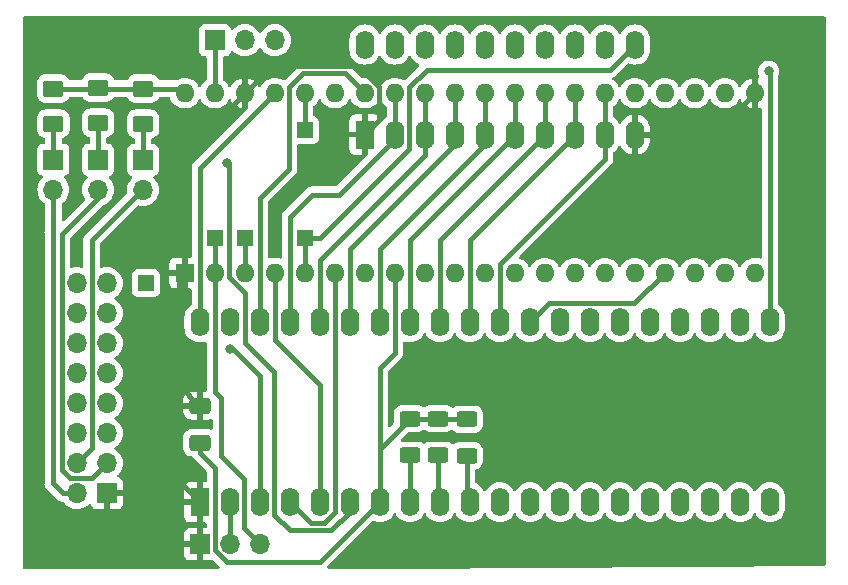
<source format=gbr>
%TF.GenerationSoftware,KiCad,Pcbnew,7.0.9-7.0.9~ubuntu20.04.1*%
%TF.CreationDate,2023-12-26T19:53:29+01:00*%
%TF.ProjectId,6803_Addon,36383033-5f41-4646-946f-6e2e6b696361,rev?*%
%TF.SameCoordinates,Original*%
%TF.FileFunction,Copper,L1,Top*%
%TF.FilePolarity,Positive*%
%FSLAX46Y46*%
G04 Gerber Fmt 4.6, Leading zero omitted, Abs format (unit mm)*
G04 Created by KiCad (PCBNEW 7.0.9-7.0.9~ubuntu20.04.1) date 2023-12-26 19:53:29*
%MOMM*%
%LPD*%
G01*
G04 APERTURE LIST*
G04 Aperture macros list*
%AMRoundRect*
0 Rectangle with rounded corners*
0 $1 Rounding radius*
0 $2 $3 $4 $5 $6 $7 $8 $9 X,Y pos of 4 corners*
0 Add a 4 corners polygon primitive as box body*
4,1,4,$2,$3,$4,$5,$6,$7,$8,$9,$2,$3,0*
0 Add four circle primitives for the rounded corners*
1,1,$1+$1,$2,$3*
1,1,$1+$1,$4,$5*
1,1,$1+$1,$6,$7*
1,1,$1+$1,$8,$9*
0 Add four rect primitives between the rounded corners*
20,1,$1+$1,$2,$3,$4,$5,0*
20,1,$1+$1,$4,$5,$6,$7,0*
20,1,$1+$1,$6,$7,$8,$9,0*
20,1,$1+$1,$8,$9,$2,$3,0*%
G04 Aperture macros list end*
%TA.AperFunction,ComponentPad*%
%ADD10R,1.600000X1.600000*%
%TD*%
%TA.AperFunction,ComponentPad*%
%ADD11O,1.600000X1.600000*%
%TD*%
%TA.AperFunction,ComponentPad*%
%ADD12R,1.700000X1.700000*%
%TD*%
%TA.AperFunction,ComponentPad*%
%ADD13O,1.700000X1.700000*%
%TD*%
%TA.AperFunction,SMDPad,CuDef*%
%ADD14RoundRect,0.250000X0.650000X-0.412500X0.650000X0.412500X-0.650000X0.412500X-0.650000X-0.412500X0*%
%TD*%
%TA.AperFunction,ComponentPad*%
%ADD15R,1.350000X1.350000*%
%TD*%
%TA.AperFunction,SMDPad,CuDef*%
%ADD16RoundRect,0.250000X-0.625000X0.400000X-0.625000X-0.400000X0.625000X-0.400000X0.625000X0.400000X0*%
%TD*%
%TA.AperFunction,SMDPad,CuDef*%
%ADD17RoundRect,0.250001X-0.624999X0.462499X-0.624999X-0.462499X0.624999X-0.462499X0.624999X0.462499X0*%
%TD*%
%TA.AperFunction,ComponentPad*%
%ADD18R,1.600000X2.400000*%
%TD*%
%TA.AperFunction,ComponentPad*%
%ADD19O,1.600000X2.400000*%
%TD*%
%TA.AperFunction,ViaPad*%
%ADD20C,0.800000*%
%TD*%
%TA.AperFunction,Conductor*%
%ADD21C,0.400000*%
%TD*%
G04 APERTURE END LIST*
D10*
%TO.P,U3,1,VSS*%
%TO.N,GND*%
X173736000Y-52730400D03*
D11*
%TO.P,U3,2,~{HALT}*%
%TO.N,/~{HALT}*%
X176276000Y-52730400D03*
%TO.P,U3,3,MR*%
%TO.N,Net-(J3-Pin_1)*%
X178816000Y-52730400D03*
%TO.P,U3,4,~{IRQ}*%
%TO.N,/~{IRQ1}*%
X181356000Y-52730400D03*
%TO.P,U3,5,VMA*%
%TO.N,/AS*%
X183896000Y-52730400D03*
%TO.P,U3,6,~{NMI}*%
%TO.N,/~{NMI}*%
X186436000Y-52730400D03*
%TO.P,U3,7,BA*%
%TO.N,/BA*%
X188976000Y-52730400D03*
%TO.P,U3,8,VCC*%
%TO.N,+5V*%
X191516000Y-52730400D03*
%TO.P,U3,9,A0*%
%TO.N,/A0*%
X194056000Y-52730400D03*
%TO.P,U3,10,A1*%
%TO.N,/A1*%
X196596000Y-52730400D03*
%TO.P,U3,11,A2*%
%TO.N,/A2*%
X199136000Y-52730400D03*
%TO.P,U3,12,A3*%
%TO.N,/A3*%
X201676000Y-52730400D03*
%TO.P,U3,13,A4*%
%TO.N,/A4*%
X204216000Y-52730400D03*
%TO.P,U3,14,A5*%
%TO.N,/A5*%
X206756000Y-52730400D03*
%TO.P,U3,15,A6*%
%TO.N,/A6*%
X209296000Y-52730400D03*
%TO.P,U3,16,A7*%
%TO.N,/A7*%
X211836000Y-52730400D03*
%TO.P,U3,17,A8*%
%TO.N,/A8*%
X214376000Y-52730400D03*
%TO.P,U3,18,A9*%
%TO.N,/A9*%
X216916000Y-52730400D03*
%TO.P,U3,19,A10*%
%TO.N,/A10*%
X219456000Y-52730400D03*
%TO.P,U3,20,A11*%
%TO.N,/A11*%
X221996000Y-52730400D03*
%TO.P,U3,21,VSS*%
%TO.N,GND*%
X221996000Y-37490400D03*
%TO.P,U3,22,A12*%
%TO.N,/A12*%
X219456000Y-37490400D03*
%TO.P,U3,23,A13*%
%TO.N,/A13*%
X216916000Y-37490400D03*
%TO.P,U3,24,A14*%
%TO.N,/A14*%
X214376000Y-37490400D03*
%TO.P,U3,25,A15*%
%TO.N,/A15*%
X211836000Y-37490400D03*
%TO.P,U3,26,D7*%
%TO.N,/D7*%
X209296000Y-37490400D03*
%TO.P,U3,27,D6*%
%TO.N,/D6*%
X206756000Y-37490400D03*
%TO.P,U3,28,D5*%
%TO.N,/D5*%
X204216000Y-37490400D03*
%TO.P,U3,29,D4*%
%TO.N,/D4*%
X201676000Y-37490400D03*
%TO.P,U3,30,D3*%
%TO.N,/D3*%
X199136000Y-37490400D03*
%TO.P,U3,31,D2*%
%TO.N,/D2*%
X196596000Y-37490400D03*
%TO.P,U3,32,D1*%
%TO.N,/D1*%
X194056000Y-37490400D03*
%TO.P,U3,33,D0*%
%TO.N,/D0*%
X191516000Y-37490400D03*
%TO.P,U3,34,R/~{W}*%
%TO.N,/R{slash}~{W}*%
X188976000Y-37490400D03*
%TO.P,U3,35,VCC_STANDBY*%
%TO.N,+5C*%
X186436000Y-37490400D03*
%TO.P,U3,36,RE*%
%TO.N,Net-(J4-Pin_1)*%
X183896000Y-37490400D03*
%TO.P,U3,37,E*%
%TO.N,/PHI2*%
X181356000Y-37490400D03*
%TO.P,U3,38,XTAL*%
%TO.N,GND*%
X178816000Y-37490400D03*
%TO.P,U3,39,EXTAL*%
%TO.N,/CPUCLK*%
X176276000Y-37490400D03*
%TO.P,U3,40,~{RESET}*%
%TO.N,/~{RST}*%
X173736000Y-37490400D03*
%TD*%
D12*
%TO.P,JP6,1,A*%
%TO.N,/CPUCLK*%
X176276000Y-33020000D03*
D13*
%TO.P,JP6,2,C*%
%TO.N,Net-(JP6-C)*%
X178816000Y-33020000D03*
%TO.P,JP6,3,B*%
%TO.N,/BA*%
X181356000Y-33020000D03*
%TD*%
D12*
%TO.P,JP5,1,A*%
%TO.N,GND*%
X175021000Y-75692000D03*
D13*
%TO.P,JP5,2,C*%
%TO.N,Net-(JP5-C)*%
X177561000Y-75692000D03*
%TO.P,JP5,3,B*%
%TO.N,/~{HALT}*%
X180101000Y-75692000D03*
%TD*%
D12*
%TO.P,J1,1,Pin_1*%
%TO.N,GND*%
X167132000Y-71374000D03*
D13*
%TO.P,J1,2,Pin_2*%
%TO.N,/P20*%
X164592000Y-71374000D03*
%TO.P,J1,3,Pin_3*%
%TO.N,/P21*%
X167132000Y-68834000D03*
%TO.P,J1,4,Pin_4*%
%TO.N,/P22*%
X164592000Y-68834000D03*
%TO.P,J1,5,Pin_5*%
%TO.N,/P23*%
X167132000Y-66294000D03*
%TO.P,J1,6,Pin_6*%
%TO.N,/P24*%
X164592000Y-66294000D03*
%TO.P,J1,7,Pin_7*%
%TO.N,/P10*%
X167132000Y-63754000D03*
%TO.P,J1,8,Pin_8*%
%TO.N,/P11*%
X164592000Y-63754000D03*
%TO.P,J1,9,Pin_9*%
%TO.N,/P12*%
X167132000Y-61214000D03*
%TO.P,J1,10,Pin_10*%
%TO.N,/P13*%
X164592000Y-61214000D03*
%TO.P,J1,11,Pin_11*%
%TO.N,/P14*%
X167132000Y-58674000D03*
%TO.P,J1,12,Pin_12*%
%TO.N,/P15*%
X164592000Y-58674000D03*
%TO.P,J1,13,Pin_13*%
%TO.N,/P16*%
X167132000Y-56134000D03*
%TO.P,J1,14,Pin_14*%
%TO.N,/P17*%
X164592000Y-56134000D03*
%TO.P,J1,15,Pin_15*%
%TO.N,Net-(J1-Pin_15)*%
X167132000Y-53594000D03*
%TO.P,J1,16,Pin_16*%
%TO.N,+5V*%
X164592000Y-53594000D03*
%TD*%
D12*
%TO.P,JP3,1,A*%
%TO.N,Net-(D3-A)*%
X170180000Y-43154000D03*
D13*
%TO.P,JP3,2,B*%
%TO.N,/P22*%
X170180000Y-45694000D03*
%TD*%
D14*
%TO.P,C1,1*%
%TO.N,+5V*%
X175006000Y-67094500D03*
%TO.P,C1,2*%
%TO.N,GND*%
X175006000Y-63969500D03*
%TD*%
D12*
%TO.P,JP1,1,A*%
%TO.N,Net-(D1-A)*%
X162600000Y-43125000D03*
D13*
%TO.P,JP1,2,B*%
%TO.N,/P20*%
X162600000Y-45665000D03*
%TD*%
D15*
%TO.P,J4,1,Pin_1*%
%TO.N,Net-(J4-Pin_1)*%
X183896000Y-40640000D03*
%TD*%
D16*
%TO.P,R3,1*%
%TO.N,+5V*%
X197600000Y-65100000D03*
%TO.P,R3,2*%
%TO.N,/P22*%
X197600000Y-68200000D03*
%TD*%
D12*
%TO.P,JP2,1,A*%
%TO.N,Net-(D2-A)*%
X166400000Y-43139000D03*
D13*
%TO.P,JP2,2,B*%
%TO.N,/P21*%
X166400000Y-45679000D03*
%TD*%
D15*
%TO.P,J2,1,Pin_1*%
%TO.N,Net-(J1-Pin_15)*%
X170434000Y-53594000D03*
%TD*%
%TO.P,J5,1,Pin_1*%
%TO.N,/~{HALT}*%
X176276000Y-49784000D03*
%TD*%
%TO.P,J6,1,Pin_1*%
%TO.N,/AS*%
X183896000Y-49784000D03*
%TD*%
D17*
%TO.P,D2,1,K*%
%TO.N,/~{RST}*%
X166400000Y-37025000D03*
%TO.P,D2,2,A*%
%TO.N,Net-(D2-A)*%
X166400000Y-40000000D03*
%TD*%
D16*
%TO.P,R1,1*%
%TO.N,+5V*%
X192800000Y-65050000D03*
%TO.P,R1,2*%
%TO.N,/P20*%
X192800000Y-68150000D03*
%TD*%
D18*
%TO.P,U1,1,GND*%
%TO.N,GND*%
X175006000Y-72136000D03*
D19*
%TO.P,U1,2,XTAL*%
%TO.N,Net-(JP5-C)*%
X177546000Y-72136000D03*
%TO.P,U1,3,EXTAL*%
%TO.N,Net-(JP6-C)*%
X180086000Y-72136000D03*
%TO.P,U1,4,~{NMI}*%
%TO.N,/~{NMI}*%
X182626000Y-72136000D03*
%TO.P,U1,5,~{IRQ1}*%
%TO.N,/~{IRQ1}*%
X185166000Y-72136000D03*
%TO.P,U1,6,~{RST}*%
%TO.N,/~{RST}*%
X187706000Y-72136000D03*
%TO.P,U1,7,VCC*%
%TO.N,+5V*%
X190246000Y-72136000D03*
%TO.P,U1,8,P20/TIN1*%
%TO.N,/P20*%
X192786000Y-72136000D03*
%TO.P,U1,9,P21/TOUT1*%
%TO.N,/P21*%
X195326000Y-72136000D03*
%TO.P,U1,10,P22/SCLK*%
%TO.N,/P22*%
X197866000Y-72136000D03*
%TO.P,U1,11,P23/RX*%
%TO.N,/P23*%
X200406000Y-72136000D03*
%TO.P,U1,12,P24/TX*%
%TO.N,/P24*%
X202946000Y-72136000D03*
%TO.P,U1,13,P10/TIN2*%
%TO.N,/P10*%
X205486000Y-72136000D03*
%TO.P,U1,14,P11/TOUT2*%
%TO.N,/P11*%
X208026000Y-72136000D03*
%TO.P,U1,15,P12/TOUT3*%
%TO.N,/P12*%
X210566000Y-72136000D03*
%TO.P,U1,16,P13*%
%TO.N,/P13*%
X213106000Y-72136000D03*
%TO.P,U1,17,P14*%
%TO.N,/P14*%
X215646000Y-72136000D03*
%TO.P,U1,18,P15*%
%TO.N,/P15*%
X218186000Y-72136000D03*
%TO.P,U1,19,P16*%
%TO.N,/P16*%
X220726000Y-72136000D03*
%TO.P,U1,20,P17*%
%TO.N,/P17*%
X223266000Y-72136000D03*
%TO.P,U1,21,VCC_STBY*%
%TO.N,+5C*%
X223266000Y-56896000D03*
%TO.P,U1,22,P47/A15*%
%TO.N,/A15*%
X220726000Y-56896000D03*
%TO.P,U1,23,P46/A14*%
%TO.N,/A14*%
X218186000Y-56896000D03*
%TO.P,U1,24,P45/A13*%
%TO.N,/A13*%
X215646000Y-56896000D03*
%TO.P,U1,25,P44/A12*%
%TO.N,/A12*%
X213106000Y-56896000D03*
%TO.P,U1,26,P43/A11*%
%TO.N,/A11*%
X210566000Y-56896000D03*
%TO.P,U1,27,P42/A10*%
%TO.N,/A10*%
X208026000Y-56896000D03*
%TO.P,U1,28,P41/A9*%
%TO.N,/A9*%
X205486000Y-56896000D03*
%TO.P,U1,29,P40/A8*%
%TO.N,/A8*%
X202946000Y-56896000D03*
%TO.P,U1,30,P37/AD7*%
%TO.N,/D7*%
X200406000Y-56896000D03*
%TO.P,U1,31,P36/AD6*%
%TO.N,/D6*%
X197866000Y-56896000D03*
%TO.P,U1,32,P35/AD5*%
%TO.N,/D5*%
X195326000Y-56896000D03*
%TO.P,U1,33,P34/AD4*%
%TO.N,/D4*%
X192786000Y-56896000D03*
%TO.P,U1,34,P33/AD3*%
%TO.N,/D3*%
X190246000Y-56896000D03*
%TO.P,U1,35,P32/AD2*%
%TO.N,/D2*%
X187706000Y-56896000D03*
%TO.P,U1,36,P31/AD1*%
%TO.N,/D1*%
X185166000Y-56896000D03*
%TO.P,U1,37,P30/AD0*%
%TO.N,/D0*%
X182626000Y-56896000D03*
%TO.P,U1,38,SC2/R/~{W}*%
%TO.N,/R{slash}~{W}*%
X180086000Y-56896000D03*
%TO.P,U1,39,SC1/AS*%
%TO.N,/AS*%
X177546000Y-56896000D03*
%TO.P,U1,40,E*%
%TO.N,/PHI2*%
X175006000Y-56896000D03*
%TD*%
D17*
%TO.P,D3,1,K*%
%TO.N,/~{RST}*%
X170200000Y-37112500D03*
%TO.P,D3,2,A*%
%TO.N,Net-(D3-A)*%
X170200000Y-40087500D03*
%TD*%
D18*
%TO.P,U2,1,OE*%
%TO.N,GND*%
X188976000Y-41000000D03*
D19*
%TO.P,U2,2,D0*%
%TO.N,/D0*%
X191516000Y-41000000D03*
%TO.P,U2,3,D1*%
%TO.N,/D1*%
X194056000Y-41000000D03*
%TO.P,U2,4,D2*%
%TO.N,/D2*%
X196596000Y-41000000D03*
%TO.P,U2,5,D3*%
%TO.N,/D3*%
X199136000Y-41000000D03*
%TO.P,U2,6,D4*%
%TO.N,/D4*%
X201676000Y-41000000D03*
%TO.P,U2,7,D5*%
%TO.N,/D5*%
X204216000Y-41000000D03*
%TO.P,U2,8,D6*%
%TO.N,/D6*%
X206756000Y-41000000D03*
%TO.P,U2,9,D7*%
%TO.N,/D7*%
X209296000Y-41000000D03*
%TO.P,U2,10,GND*%
%TO.N,GND*%
X211836000Y-41000000D03*
%TO.P,U2,11,Load*%
%TO.N,/AS*%
X211836000Y-33380000D03*
%TO.P,U2,12,Q7*%
%TO.N,/A7*%
X209296000Y-33380000D03*
%TO.P,U2,13,Q6*%
%TO.N,/A6*%
X206756000Y-33380000D03*
%TO.P,U2,14,Q5*%
%TO.N,/A5*%
X204216000Y-33380000D03*
%TO.P,U2,15,Q4*%
%TO.N,/A4*%
X201676000Y-33380000D03*
%TO.P,U2,16,Q3*%
%TO.N,/A3*%
X199136000Y-33380000D03*
%TO.P,U2,17,Q2*%
%TO.N,/A2*%
X196596000Y-33380000D03*
%TO.P,U2,18,Q1*%
%TO.N,/A1*%
X194056000Y-33380000D03*
%TO.P,U2,19,Q0*%
%TO.N,/A0*%
X191516000Y-33380000D03*
%TO.P,U2,20,VCC*%
%TO.N,+5V*%
X188976000Y-33380000D03*
%TD*%
D16*
%TO.P,R2,1*%
%TO.N,+5V*%
X195200000Y-65050000D03*
%TO.P,R2,2*%
%TO.N,/P21*%
X195200000Y-68150000D03*
%TD*%
D17*
%TO.P,D1,1,K*%
%TO.N,/~{RST}*%
X162600000Y-37112500D03*
%TO.P,D1,2,A*%
%TO.N,Net-(D1-A)*%
X162600000Y-40087500D03*
%TD*%
D15*
%TO.P,J3,1,Pin_1*%
%TO.N,Net-(J3-Pin_1)*%
X178816000Y-49784000D03*
%TD*%
D20*
%TO.N,Net-(JP6-C)*%
X177546000Y-59182000D03*
%TO.N,/~{RST}*%
X177292000Y-43434000D03*
%TO.N,+5C*%
X223171528Y-35654472D03*
%TD*%
D21*
%TO.N,Net-(JP6-C)*%
X177546000Y-59182000D02*
X177800000Y-59182000D01*
X177800000Y-59182000D02*
X180086000Y-61468000D01*
X180086000Y-61468000D02*
X180086000Y-72136000D01*
%TO.N,/~{RST}*%
X187706000Y-72136000D02*
X187706000Y-72936000D01*
X187706000Y-72936000D02*
X186128000Y-74514000D01*
X186128000Y-74514000D02*
X182626000Y-74514000D01*
X182626000Y-74514000D02*
X181286000Y-73174000D01*
X177476000Y-53087457D02*
X177476000Y-43618000D01*
X181286000Y-73174000D02*
X181286000Y-61144000D01*
X177476000Y-43618000D02*
X177292000Y-43434000D01*
X181286000Y-61144000D02*
X178816000Y-58674000D01*
X178816000Y-58674000D02*
X178816000Y-54427457D01*
X178816000Y-54427457D02*
X177476000Y-53087457D01*
%TO.N,/~{IRQ1}*%
X181356000Y-52730400D02*
X181356000Y-58420000D01*
X181356000Y-58420000D02*
X185166000Y-62230000D01*
X185166000Y-62230000D02*
X185166000Y-72136000D01*
%TO.N,/~{HALT}*%
X176276000Y-52730400D02*
X176276000Y-62824528D01*
X176276000Y-62824528D02*
X176784000Y-63332528D01*
X178746000Y-74337000D02*
X180101000Y-75692000D01*
X176784000Y-63332528D02*
X176784000Y-68223264D01*
X176784000Y-68223264D02*
X178746000Y-70185264D01*
X178746000Y-70185264D02*
X178746000Y-74337000D01*
%TO.N,+5V*%
X177317233Y-77216000D02*
X176276000Y-76174767D01*
X185166000Y-77216000D02*
X177317233Y-77216000D01*
X176276000Y-69223056D02*
X175006000Y-67953056D01*
X190246000Y-72136000D02*
X185166000Y-77216000D01*
X175006000Y-67953056D02*
X175006000Y-67094500D01*
X176276000Y-76174767D02*
X176276000Y-69223056D01*
%TO.N,/AS*%
X211836000Y-33380000D02*
X209716000Y-35500000D01*
X185166000Y-49784000D02*
X183896000Y-49784000D01*
X209716000Y-35500000D02*
X194209343Y-35500000D01*
X194209343Y-35500000D02*
X192716000Y-36993343D01*
X192716000Y-36993343D02*
X192716000Y-42234000D01*
X192716000Y-42234000D02*
X185166000Y-49784000D01*
%TO.N,/D0*%
X191516000Y-41000000D02*
X191516000Y-41402000D01*
X191516000Y-41402000D02*
X186827328Y-46090672D01*
X186827328Y-46090672D02*
X184541328Y-46090672D01*
X184541328Y-46090672D02*
X182626000Y-48006000D01*
X182626000Y-48006000D02*
X182626000Y-56896000D01*
%TO.N,/D1*%
X194056000Y-42758528D02*
X185166000Y-51648528D01*
%TO.N,/D2*%
X196596000Y-41000000D02*
X196596000Y-41800000D01*
X187706000Y-50690000D02*
X187706000Y-56896000D01*
X196596000Y-41800000D02*
X187706000Y-50690000D01*
%TO.N,/D1*%
X194056000Y-41000000D02*
X194056000Y-42758528D01*
X185166000Y-51648528D02*
X185166000Y-56896000D01*
%TO.N,/CPUCLK*%
X176276000Y-33020000D02*
X176276000Y-37490400D01*
%TO.N,Net-(JP5-C)*%
X177546000Y-72136000D02*
X177546000Y-75677000D01*
X177546000Y-75677000D02*
X177561000Y-75692000D01*
%TO.N,GND*%
X175021000Y-75692000D02*
X175021000Y-72151000D01*
X175021000Y-72151000D02*
X175006000Y-72136000D01*
X173228000Y-53238400D02*
X173228000Y-62230000D01*
X175006000Y-63969500D02*
X174967500Y-63969500D01*
X173228000Y-62230000D02*
X173228000Y-70358000D01*
X174967500Y-63969500D02*
X173228000Y-62230000D01*
X173736000Y-52730400D02*
X173228000Y-53238400D01*
X173228000Y-70358000D02*
X175006000Y-72136000D01*
X188396657Y-35214000D02*
X181092400Y-35214000D01*
X190176000Y-36993343D02*
X188396657Y-35214000D01*
X173736000Y-42570400D02*
X173736000Y-52730400D01*
X190176000Y-39800000D02*
X190176000Y-36993343D01*
X178816000Y-37490400D02*
X173939200Y-42367200D01*
X173939200Y-42367200D02*
X173736000Y-42570400D01*
X188976000Y-41000000D02*
X190176000Y-39800000D01*
X181092400Y-35214000D02*
X178816000Y-37490400D01*
%TO.N,+5V*%
X192850000Y-65100000D02*
X192800000Y-65050000D01*
X192800000Y-65050000D02*
X190246000Y-67604000D01*
X197600000Y-65100000D02*
X192850000Y-65100000D01*
X191516000Y-59484000D02*
X191516000Y-52730400D01*
X190246000Y-60754000D02*
X191516000Y-59484000D01*
X190246000Y-72136000D02*
X190246000Y-60754000D01*
%TO.N,GND*%
X211836000Y-41000000D02*
X218486400Y-41000000D01*
X218486400Y-41000000D02*
X221996000Y-37490400D01*
%TO.N,/P20*%
X162560000Y-70544081D02*
X163389919Y-71374000D01*
X162600000Y-45665000D02*
X162600000Y-49262000D01*
X163389919Y-71374000D02*
X164592000Y-71374000D01*
X162560000Y-49302000D02*
X162560000Y-70544081D01*
X192800000Y-68150000D02*
X192800000Y-72122000D01*
X162600000Y-49262000D02*
X162560000Y-49302000D01*
X192800000Y-72122000D02*
X192786000Y-72136000D01*
%TO.N,/P21*%
X163342000Y-49458000D02*
X163342000Y-69391767D01*
X195200000Y-68150000D02*
X195200000Y-72010000D01*
X165862000Y-70104000D02*
X167132000Y-68834000D01*
X163342000Y-69391767D02*
X164054233Y-70104000D01*
X164054233Y-70104000D02*
X165862000Y-70104000D01*
X166400000Y-46400000D02*
X163342000Y-49458000D01*
X166400000Y-45679000D02*
X166400000Y-46400000D01*
X195200000Y-72010000D02*
X195326000Y-72136000D01*
%TO.N,/P22*%
X197600000Y-68200000D02*
X197600000Y-71870000D01*
X170106000Y-45694000D02*
X170180000Y-45694000D01*
X197600000Y-71870000D02*
X197866000Y-72136000D01*
X165842000Y-67584000D02*
X165842000Y-49958000D01*
X165842000Y-49958000D02*
X170106000Y-45694000D01*
X164592000Y-68834000D02*
X165842000Y-67584000D01*
%TO.N,/~{NMI}*%
X185485056Y-73914000D02*
X184404000Y-73914000D01*
X186436000Y-52730400D02*
X186436000Y-72963056D01*
X186436000Y-72963056D02*
X185485056Y-73914000D01*
X184404000Y-73914000D02*
X182626000Y-72136000D01*
%TO.N,/~{RST}*%
X170200000Y-37112500D02*
X173358100Y-37112500D01*
X173358100Y-37112500D02*
X173736000Y-37490400D01*
X162600000Y-37112500D02*
X170200000Y-37112500D01*
%TO.N,/A8*%
X204546000Y-55296000D02*
X202946000Y-56896000D01*
X211810400Y-55296000D02*
X204546000Y-55296000D01*
X214376000Y-52730400D02*
X211810400Y-55296000D01*
%TO.N,/D7*%
X209296000Y-41000000D02*
X209296000Y-43110000D01*
X200406000Y-56896000D02*
X200406000Y-52000000D01*
X209296000Y-43110000D02*
X200406000Y-52000000D01*
X209296000Y-37490400D02*
X209296000Y-41000000D01*
%TO.N,/D6*%
X206756000Y-37490400D02*
X206756000Y-41000000D01*
X197866000Y-49890000D02*
X197866000Y-56896000D01*
X206756000Y-41000000D02*
X197866000Y-49890000D01*
%TO.N,/D5*%
X204216000Y-37490400D02*
X204216000Y-41000000D01*
X204216000Y-41000000D02*
X195326000Y-49890000D01*
X195326000Y-49890000D02*
X195326000Y-56896000D01*
%TO.N,/D4*%
X192786000Y-49890000D02*
X192786000Y-56896000D01*
X201676000Y-37490400D02*
X201676000Y-41000000D01*
X201676000Y-41000000D02*
X192786000Y-49890000D01*
%TO.N,/D3*%
X190246000Y-50690000D02*
X190246000Y-56896000D01*
X199136000Y-41800000D02*
X190246000Y-50690000D01*
X199136000Y-37490400D02*
X199136000Y-41000000D01*
X199136000Y-41000000D02*
X199136000Y-41800000D01*
%TO.N,/D2*%
X196596000Y-37490400D02*
X196596000Y-41000000D01*
%TO.N,/D1*%
X194056000Y-41000000D02*
X194056000Y-37490400D01*
%TO.N,/D0*%
X191516000Y-37490400D02*
X191516000Y-41000000D01*
%TO.N,/R{slash}~{W}*%
X183735343Y-35814000D02*
X182556000Y-36993343D01*
X188976000Y-37490400D02*
X187299600Y-35814000D01*
X187299600Y-35814000D02*
X183735343Y-35814000D01*
X180086000Y-56896000D02*
X180086000Y-46380400D01*
X182556000Y-36993343D02*
X182556000Y-43910400D01*
X182556000Y-43910400D02*
X180086000Y-46380400D01*
%TO.N,/PHI2*%
X175006000Y-43840400D02*
X181356000Y-37490400D01*
X175006000Y-56896000D02*
X175006000Y-43840400D01*
%TO.N,+5C*%
X223266000Y-56047472D02*
X222841736Y-56471736D01*
X223266000Y-55372000D02*
X223266000Y-56896000D01*
X223266000Y-55372000D02*
X223266000Y-56047472D01*
X223266000Y-35748944D02*
X223171528Y-35654472D01*
X223266000Y-56896000D02*
X223266000Y-35748944D01*
%TO.N,Net-(D1-A)*%
X162600000Y-40087500D02*
X162600000Y-43125000D01*
%TO.N,Net-(D2-A)*%
X166400000Y-40000000D02*
X166400000Y-43139000D01*
%TO.N,Net-(D3-A)*%
X170200000Y-43134000D02*
X170180000Y-43154000D01*
X170200000Y-40087500D02*
X170200000Y-43134000D01*
%TO.N,Net-(J3-Pin_1)*%
X178816000Y-49784000D02*
X178816000Y-52730400D01*
%TO.N,Net-(J4-Pin_1)*%
X183896000Y-37490400D02*
X183896000Y-40640000D01*
%TO.N,/~{HALT}*%
X176276000Y-49784000D02*
X176276000Y-52730400D01*
%TO.N,/AS*%
X183896000Y-49784000D02*
X183896000Y-52730400D01*
%TD*%
%TA.AperFunction,Conductor*%
%TO.N,GND*%
G36*
X227942539Y-31020185D02*
G01*
X227988294Y-31072989D01*
X227999500Y-31124500D01*
X227999500Y-77383915D01*
X227979815Y-77450954D01*
X227927011Y-77496709D01*
X227876373Y-77507912D01*
X191867000Y-77761500D01*
X185910518Y-77761500D01*
X185843479Y-77741815D01*
X185797724Y-77689011D01*
X185787780Y-77619853D01*
X185816805Y-77556297D01*
X185822837Y-77549819D01*
X187680657Y-75691999D01*
X189608815Y-73763840D01*
X189670136Y-73730357D01*
X189739828Y-73735341D01*
X189748894Y-73739139D01*
X189799504Y-73762739D01*
X190019308Y-73821635D01*
X190181230Y-73835801D01*
X190245998Y-73841468D01*
X190246000Y-73841468D01*
X190246002Y-73841468D01*
X190308511Y-73835999D01*
X190472692Y-73821635D01*
X190692496Y-73762739D01*
X190898734Y-73666568D01*
X191085139Y-73536047D01*
X191246047Y-73375139D01*
X191376568Y-73188734D01*
X191403618Y-73130724D01*
X191449790Y-73078285D01*
X191516983Y-73059133D01*
X191583865Y-73079348D01*
X191628382Y-73130725D01*
X191655429Y-73188728D01*
X191655432Y-73188734D01*
X191785954Y-73375141D01*
X191946858Y-73536045D01*
X191946861Y-73536047D01*
X192133266Y-73666568D01*
X192339504Y-73762739D01*
X192559308Y-73821635D01*
X192721230Y-73835801D01*
X192785998Y-73841468D01*
X192786000Y-73841468D01*
X192786002Y-73841468D01*
X192848511Y-73835999D01*
X193012692Y-73821635D01*
X193232496Y-73762739D01*
X193438734Y-73666568D01*
X193625139Y-73536047D01*
X193786047Y-73375139D01*
X193916568Y-73188734D01*
X193943618Y-73130724D01*
X193989790Y-73078285D01*
X194056983Y-73059133D01*
X194123865Y-73079348D01*
X194168382Y-73130725D01*
X194195429Y-73188728D01*
X194195432Y-73188734D01*
X194325954Y-73375141D01*
X194486858Y-73536045D01*
X194486861Y-73536047D01*
X194673266Y-73666568D01*
X194879504Y-73762739D01*
X195099308Y-73821635D01*
X195261230Y-73835801D01*
X195325998Y-73841468D01*
X195326000Y-73841468D01*
X195326002Y-73841468D01*
X195388511Y-73835999D01*
X195552692Y-73821635D01*
X195772496Y-73762739D01*
X195978734Y-73666568D01*
X196165139Y-73536047D01*
X196326047Y-73375139D01*
X196456568Y-73188734D01*
X196483618Y-73130724D01*
X196529790Y-73078285D01*
X196596983Y-73059133D01*
X196663865Y-73079348D01*
X196708382Y-73130725D01*
X196735429Y-73188728D01*
X196735432Y-73188734D01*
X196865954Y-73375141D01*
X197026858Y-73536045D01*
X197026861Y-73536047D01*
X197213266Y-73666568D01*
X197419504Y-73762739D01*
X197639308Y-73821635D01*
X197801230Y-73835801D01*
X197865998Y-73841468D01*
X197866000Y-73841468D01*
X197866002Y-73841468D01*
X197928511Y-73835999D01*
X198092692Y-73821635D01*
X198312496Y-73762739D01*
X198518734Y-73666568D01*
X198705139Y-73536047D01*
X198866047Y-73375139D01*
X198996568Y-73188734D01*
X199023618Y-73130724D01*
X199069790Y-73078285D01*
X199136983Y-73059133D01*
X199203865Y-73079348D01*
X199248382Y-73130725D01*
X199275429Y-73188728D01*
X199275432Y-73188734D01*
X199405954Y-73375141D01*
X199566858Y-73536045D01*
X199566861Y-73536047D01*
X199753266Y-73666568D01*
X199959504Y-73762739D01*
X200179308Y-73821635D01*
X200341230Y-73835801D01*
X200405998Y-73841468D01*
X200406000Y-73841468D01*
X200406002Y-73841468D01*
X200468511Y-73835999D01*
X200632692Y-73821635D01*
X200852496Y-73762739D01*
X201058734Y-73666568D01*
X201245139Y-73536047D01*
X201406047Y-73375139D01*
X201536568Y-73188734D01*
X201563618Y-73130724D01*
X201609790Y-73078285D01*
X201676983Y-73059133D01*
X201743865Y-73079348D01*
X201788382Y-73130725D01*
X201815429Y-73188728D01*
X201815432Y-73188734D01*
X201945954Y-73375141D01*
X202106858Y-73536045D01*
X202106861Y-73536047D01*
X202293266Y-73666568D01*
X202499504Y-73762739D01*
X202719308Y-73821635D01*
X202881230Y-73835801D01*
X202945998Y-73841468D01*
X202946000Y-73841468D01*
X202946002Y-73841468D01*
X203008511Y-73835999D01*
X203172692Y-73821635D01*
X203392496Y-73762739D01*
X203598734Y-73666568D01*
X203785139Y-73536047D01*
X203946047Y-73375139D01*
X204076568Y-73188734D01*
X204103618Y-73130724D01*
X204149790Y-73078285D01*
X204216983Y-73059133D01*
X204283865Y-73079348D01*
X204328382Y-73130725D01*
X204355429Y-73188728D01*
X204355432Y-73188734D01*
X204485954Y-73375141D01*
X204646858Y-73536045D01*
X204646861Y-73536047D01*
X204833266Y-73666568D01*
X205039504Y-73762739D01*
X205259308Y-73821635D01*
X205421230Y-73835801D01*
X205485998Y-73841468D01*
X205486000Y-73841468D01*
X205486002Y-73841468D01*
X205548511Y-73835999D01*
X205712692Y-73821635D01*
X205932496Y-73762739D01*
X206138734Y-73666568D01*
X206325139Y-73536047D01*
X206486047Y-73375139D01*
X206616568Y-73188734D01*
X206643618Y-73130724D01*
X206689790Y-73078285D01*
X206756983Y-73059133D01*
X206823865Y-73079348D01*
X206868382Y-73130725D01*
X206895429Y-73188728D01*
X206895432Y-73188734D01*
X207025954Y-73375141D01*
X207186858Y-73536045D01*
X207186861Y-73536047D01*
X207373266Y-73666568D01*
X207579504Y-73762739D01*
X207799308Y-73821635D01*
X207961230Y-73835801D01*
X208025998Y-73841468D01*
X208026000Y-73841468D01*
X208026002Y-73841468D01*
X208088511Y-73835999D01*
X208252692Y-73821635D01*
X208472496Y-73762739D01*
X208678734Y-73666568D01*
X208865139Y-73536047D01*
X209026047Y-73375139D01*
X209156568Y-73188734D01*
X209183618Y-73130724D01*
X209229790Y-73078285D01*
X209296983Y-73059133D01*
X209363865Y-73079348D01*
X209408382Y-73130725D01*
X209435429Y-73188728D01*
X209435432Y-73188734D01*
X209565954Y-73375141D01*
X209726858Y-73536045D01*
X209726861Y-73536047D01*
X209913266Y-73666568D01*
X210119504Y-73762739D01*
X210339308Y-73821635D01*
X210501230Y-73835801D01*
X210565998Y-73841468D01*
X210566000Y-73841468D01*
X210566002Y-73841468D01*
X210628511Y-73835999D01*
X210792692Y-73821635D01*
X211012496Y-73762739D01*
X211218734Y-73666568D01*
X211405139Y-73536047D01*
X211566047Y-73375139D01*
X211696568Y-73188734D01*
X211723618Y-73130724D01*
X211769790Y-73078285D01*
X211836983Y-73059133D01*
X211903865Y-73079348D01*
X211948382Y-73130725D01*
X211975429Y-73188728D01*
X211975432Y-73188734D01*
X212105954Y-73375141D01*
X212266858Y-73536045D01*
X212266861Y-73536047D01*
X212453266Y-73666568D01*
X212659504Y-73762739D01*
X212879308Y-73821635D01*
X213041230Y-73835801D01*
X213105998Y-73841468D01*
X213106000Y-73841468D01*
X213106002Y-73841468D01*
X213168511Y-73835999D01*
X213332692Y-73821635D01*
X213552496Y-73762739D01*
X213758734Y-73666568D01*
X213945139Y-73536047D01*
X214106047Y-73375139D01*
X214236568Y-73188734D01*
X214263618Y-73130724D01*
X214309790Y-73078285D01*
X214376983Y-73059133D01*
X214443865Y-73079348D01*
X214488382Y-73130725D01*
X214515429Y-73188728D01*
X214515432Y-73188734D01*
X214645954Y-73375141D01*
X214806858Y-73536045D01*
X214806861Y-73536047D01*
X214993266Y-73666568D01*
X215199504Y-73762739D01*
X215419308Y-73821635D01*
X215581230Y-73835801D01*
X215645998Y-73841468D01*
X215646000Y-73841468D01*
X215646002Y-73841468D01*
X215708511Y-73835999D01*
X215872692Y-73821635D01*
X216092496Y-73762739D01*
X216298734Y-73666568D01*
X216485139Y-73536047D01*
X216646047Y-73375139D01*
X216776568Y-73188734D01*
X216803618Y-73130724D01*
X216849790Y-73078285D01*
X216916983Y-73059133D01*
X216983865Y-73079348D01*
X217028382Y-73130725D01*
X217055429Y-73188728D01*
X217055432Y-73188734D01*
X217185954Y-73375141D01*
X217346858Y-73536045D01*
X217346861Y-73536047D01*
X217533266Y-73666568D01*
X217739504Y-73762739D01*
X217959308Y-73821635D01*
X218121230Y-73835801D01*
X218185998Y-73841468D01*
X218186000Y-73841468D01*
X218186002Y-73841468D01*
X218248511Y-73835999D01*
X218412692Y-73821635D01*
X218632496Y-73762739D01*
X218838734Y-73666568D01*
X219025139Y-73536047D01*
X219186047Y-73375139D01*
X219316568Y-73188734D01*
X219343618Y-73130724D01*
X219389790Y-73078285D01*
X219456983Y-73059133D01*
X219523865Y-73079348D01*
X219568382Y-73130725D01*
X219595429Y-73188728D01*
X219595432Y-73188734D01*
X219725954Y-73375141D01*
X219886858Y-73536045D01*
X219886861Y-73536047D01*
X220073266Y-73666568D01*
X220279504Y-73762739D01*
X220499308Y-73821635D01*
X220661230Y-73835801D01*
X220725998Y-73841468D01*
X220726000Y-73841468D01*
X220726002Y-73841468D01*
X220788511Y-73835999D01*
X220952692Y-73821635D01*
X221172496Y-73762739D01*
X221378734Y-73666568D01*
X221565139Y-73536047D01*
X221726047Y-73375139D01*
X221856568Y-73188734D01*
X221883618Y-73130724D01*
X221929790Y-73078285D01*
X221996983Y-73059133D01*
X222063865Y-73079348D01*
X222108382Y-73130725D01*
X222135429Y-73188728D01*
X222135432Y-73188734D01*
X222265954Y-73375141D01*
X222426858Y-73536045D01*
X222426861Y-73536047D01*
X222613266Y-73666568D01*
X222819504Y-73762739D01*
X223039308Y-73821635D01*
X223201230Y-73835801D01*
X223265998Y-73841468D01*
X223266000Y-73841468D01*
X223266002Y-73841468D01*
X223328511Y-73835999D01*
X223492692Y-73821635D01*
X223712496Y-73762739D01*
X223918734Y-73666568D01*
X224105139Y-73536047D01*
X224266047Y-73375139D01*
X224396568Y-73188734D01*
X224492739Y-72982496D01*
X224551635Y-72762692D01*
X224566500Y-72592784D01*
X224566500Y-71679216D01*
X224551635Y-71509308D01*
X224492739Y-71289504D01*
X224396568Y-71083266D01*
X224266047Y-70896861D01*
X224266045Y-70896858D01*
X224105141Y-70735954D01*
X223918734Y-70605432D01*
X223918732Y-70605431D01*
X223712497Y-70509261D01*
X223712488Y-70509258D01*
X223492697Y-70450366D01*
X223492693Y-70450365D01*
X223492692Y-70450365D01*
X223492691Y-70450364D01*
X223492686Y-70450364D01*
X223266002Y-70430532D01*
X223265998Y-70430532D01*
X223039313Y-70450364D01*
X223039302Y-70450366D01*
X222819511Y-70509258D01*
X222819502Y-70509261D01*
X222613267Y-70605431D01*
X222613265Y-70605432D01*
X222426858Y-70735954D01*
X222265954Y-70896858D01*
X222135432Y-71083265D01*
X222135431Y-71083267D01*
X222108382Y-71141275D01*
X222062209Y-71193714D01*
X221995016Y-71212866D01*
X221928135Y-71192650D01*
X221883618Y-71141275D01*
X221880788Y-71135206D01*
X221856568Y-71083266D01*
X221726047Y-70896861D01*
X221726045Y-70896858D01*
X221565141Y-70735954D01*
X221378734Y-70605432D01*
X221378732Y-70605431D01*
X221172497Y-70509261D01*
X221172488Y-70509258D01*
X220952697Y-70450366D01*
X220952693Y-70450365D01*
X220952692Y-70450365D01*
X220952691Y-70450364D01*
X220952686Y-70450364D01*
X220726002Y-70430532D01*
X220725998Y-70430532D01*
X220499313Y-70450364D01*
X220499302Y-70450366D01*
X220279511Y-70509258D01*
X220279502Y-70509261D01*
X220073267Y-70605431D01*
X220073265Y-70605432D01*
X219886858Y-70735954D01*
X219725954Y-70896858D01*
X219595432Y-71083265D01*
X219595431Y-71083267D01*
X219568382Y-71141275D01*
X219522209Y-71193714D01*
X219455016Y-71212866D01*
X219388135Y-71192650D01*
X219343618Y-71141275D01*
X219340788Y-71135206D01*
X219316568Y-71083266D01*
X219186047Y-70896861D01*
X219186045Y-70896858D01*
X219025141Y-70735954D01*
X218838734Y-70605432D01*
X218838732Y-70605431D01*
X218632497Y-70509261D01*
X218632488Y-70509258D01*
X218412697Y-70450366D01*
X218412693Y-70450365D01*
X218412692Y-70450365D01*
X218412691Y-70450364D01*
X218412686Y-70450364D01*
X218186002Y-70430532D01*
X218185998Y-70430532D01*
X217959313Y-70450364D01*
X217959302Y-70450366D01*
X217739511Y-70509258D01*
X217739502Y-70509261D01*
X217533267Y-70605431D01*
X217533265Y-70605432D01*
X217346858Y-70735954D01*
X217185954Y-70896858D01*
X217055432Y-71083265D01*
X217055431Y-71083267D01*
X217028382Y-71141275D01*
X216982209Y-71193714D01*
X216915016Y-71212866D01*
X216848135Y-71192650D01*
X216803618Y-71141275D01*
X216800788Y-71135206D01*
X216776568Y-71083266D01*
X216646047Y-70896861D01*
X216646045Y-70896858D01*
X216485141Y-70735954D01*
X216298734Y-70605432D01*
X216298732Y-70605431D01*
X216092497Y-70509261D01*
X216092488Y-70509258D01*
X215872697Y-70450366D01*
X215872693Y-70450365D01*
X215872692Y-70450365D01*
X215872691Y-70450364D01*
X215872686Y-70450364D01*
X215646002Y-70430532D01*
X215645998Y-70430532D01*
X215419313Y-70450364D01*
X215419302Y-70450366D01*
X215199511Y-70509258D01*
X215199502Y-70509261D01*
X214993267Y-70605431D01*
X214993265Y-70605432D01*
X214806858Y-70735954D01*
X214645954Y-70896858D01*
X214515432Y-71083265D01*
X214515431Y-71083267D01*
X214488382Y-71141275D01*
X214442209Y-71193714D01*
X214375016Y-71212866D01*
X214308135Y-71192650D01*
X214263618Y-71141275D01*
X214260788Y-71135206D01*
X214236568Y-71083266D01*
X214106047Y-70896861D01*
X214106045Y-70896858D01*
X213945141Y-70735954D01*
X213758734Y-70605432D01*
X213758732Y-70605431D01*
X213552497Y-70509261D01*
X213552488Y-70509258D01*
X213332697Y-70450366D01*
X213332693Y-70450365D01*
X213332692Y-70450365D01*
X213332691Y-70450364D01*
X213332686Y-70450364D01*
X213106002Y-70430532D01*
X213105998Y-70430532D01*
X212879313Y-70450364D01*
X212879302Y-70450366D01*
X212659511Y-70509258D01*
X212659502Y-70509261D01*
X212453267Y-70605431D01*
X212453265Y-70605432D01*
X212266858Y-70735954D01*
X212105954Y-70896858D01*
X211975432Y-71083265D01*
X211975431Y-71083267D01*
X211948382Y-71141275D01*
X211902209Y-71193714D01*
X211835016Y-71212866D01*
X211768135Y-71192650D01*
X211723618Y-71141275D01*
X211720788Y-71135206D01*
X211696568Y-71083266D01*
X211566047Y-70896861D01*
X211566045Y-70896858D01*
X211405141Y-70735954D01*
X211218734Y-70605432D01*
X211218732Y-70605431D01*
X211012497Y-70509261D01*
X211012488Y-70509258D01*
X210792697Y-70450366D01*
X210792693Y-70450365D01*
X210792692Y-70450365D01*
X210792691Y-70450364D01*
X210792686Y-70450364D01*
X210566002Y-70430532D01*
X210565998Y-70430532D01*
X210339313Y-70450364D01*
X210339302Y-70450366D01*
X210119511Y-70509258D01*
X210119502Y-70509261D01*
X209913267Y-70605431D01*
X209913265Y-70605432D01*
X209726858Y-70735954D01*
X209565954Y-70896858D01*
X209435432Y-71083265D01*
X209435431Y-71083267D01*
X209408382Y-71141275D01*
X209362209Y-71193714D01*
X209295016Y-71212866D01*
X209228135Y-71192650D01*
X209183618Y-71141275D01*
X209180788Y-71135206D01*
X209156568Y-71083266D01*
X209026047Y-70896861D01*
X209026045Y-70896858D01*
X208865141Y-70735954D01*
X208678734Y-70605432D01*
X208678732Y-70605431D01*
X208472497Y-70509261D01*
X208472488Y-70509258D01*
X208252697Y-70450366D01*
X208252693Y-70450365D01*
X208252692Y-70450365D01*
X208252691Y-70450364D01*
X208252686Y-70450364D01*
X208026002Y-70430532D01*
X208025998Y-70430532D01*
X207799313Y-70450364D01*
X207799302Y-70450366D01*
X207579511Y-70509258D01*
X207579502Y-70509261D01*
X207373267Y-70605431D01*
X207373265Y-70605432D01*
X207186858Y-70735954D01*
X207025954Y-70896858D01*
X206895432Y-71083265D01*
X206895431Y-71083267D01*
X206868382Y-71141275D01*
X206822209Y-71193714D01*
X206755016Y-71212866D01*
X206688135Y-71192650D01*
X206643618Y-71141275D01*
X206640788Y-71135206D01*
X206616568Y-71083266D01*
X206486047Y-70896861D01*
X206486045Y-70896858D01*
X206325141Y-70735954D01*
X206138734Y-70605432D01*
X206138732Y-70605431D01*
X205932497Y-70509261D01*
X205932488Y-70509258D01*
X205712697Y-70450366D01*
X205712693Y-70450365D01*
X205712692Y-70450365D01*
X205712691Y-70450364D01*
X205712686Y-70450364D01*
X205486002Y-70430532D01*
X205485998Y-70430532D01*
X205259313Y-70450364D01*
X205259302Y-70450366D01*
X205039511Y-70509258D01*
X205039502Y-70509261D01*
X204833267Y-70605431D01*
X204833265Y-70605432D01*
X204646858Y-70735954D01*
X204485954Y-70896858D01*
X204355432Y-71083265D01*
X204355431Y-71083267D01*
X204328382Y-71141275D01*
X204282209Y-71193714D01*
X204215016Y-71212866D01*
X204148135Y-71192650D01*
X204103618Y-71141275D01*
X204100788Y-71135206D01*
X204076568Y-71083266D01*
X203946047Y-70896861D01*
X203946045Y-70896858D01*
X203785141Y-70735954D01*
X203598734Y-70605432D01*
X203598732Y-70605431D01*
X203392497Y-70509261D01*
X203392488Y-70509258D01*
X203172697Y-70450366D01*
X203172693Y-70450365D01*
X203172692Y-70450365D01*
X203172691Y-70450364D01*
X203172686Y-70450364D01*
X202946002Y-70430532D01*
X202945998Y-70430532D01*
X202719313Y-70450364D01*
X202719302Y-70450366D01*
X202499511Y-70509258D01*
X202499502Y-70509261D01*
X202293267Y-70605431D01*
X202293265Y-70605432D01*
X202106858Y-70735954D01*
X201945954Y-70896858D01*
X201815432Y-71083265D01*
X201815431Y-71083267D01*
X201788382Y-71141275D01*
X201742209Y-71193714D01*
X201675016Y-71212866D01*
X201608135Y-71192650D01*
X201563618Y-71141275D01*
X201560788Y-71135206D01*
X201536568Y-71083266D01*
X201406047Y-70896861D01*
X201406045Y-70896858D01*
X201245141Y-70735954D01*
X201058734Y-70605432D01*
X201058732Y-70605431D01*
X200852497Y-70509261D01*
X200852488Y-70509258D01*
X200632697Y-70450366D01*
X200632693Y-70450365D01*
X200632692Y-70450365D01*
X200632691Y-70450364D01*
X200632686Y-70450364D01*
X200406002Y-70430532D01*
X200405998Y-70430532D01*
X200179313Y-70450364D01*
X200179302Y-70450366D01*
X199959511Y-70509258D01*
X199959502Y-70509261D01*
X199753267Y-70605431D01*
X199753265Y-70605432D01*
X199566858Y-70735954D01*
X199405954Y-70896858D01*
X199275432Y-71083265D01*
X199275431Y-71083267D01*
X199248382Y-71141275D01*
X199202209Y-71193714D01*
X199135016Y-71212866D01*
X199068135Y-71192650D01*
X199023618Y-71141275D01*
X199020788Y-71135206D01*
X198996568Y-71083266D01*
X198866047Y-70896861D01*
X198866045Y-70896858D01*
X198705141Y-70735954D01*
X198580499Y-70648680D01*
X198518734Y-70605432D01*
X198372094Y-70537052D01*
X198319656Y-70490879D01*
X198300500Y-70424670D01*
X198300500Y-69455154D01*
X198320185Y-69388115D01*
X198372989Y-69342360D01*
X198385496Y-69337448D01*
X198416358Y-69327221D01*
X198544334Y-69284814D01*
X198693656Y-69192712D01*
X198817712Y-69068656D01*
X198909814Y-68919334D01*
X198964999Y-68752797D01*
X198975500Y-68650009D01*
X198975499Y-67749992D01*
X198971977Y-67715518D01*
X198964999Y-67647203D01*
X198964998Y-67647200D01*
X198957079Y-67623302D01*
X198909814Y-67480666D01*
X198817712Y-67331344D01*
X198693656Y-67207288D01*
X198544334Y-67115186D01*
X198377797Y-67060001D01*
X198377795Y-67060000D01*
X198275010Y-67049500D01*
X196924998Y-67049500D01*
X196924981Y-67049501D01*
X196822203Y-67060000D01*
X196822200Y-67060001D01*
X196655668Y-67115185D01*
X196655663Y-67115187D01*
X196506338Y-67207292D01*
X196502042Y-67210689D01*
X196437243Y-67236821D01*
X196368603Y-67223772D01*
X196337462Y-67201094D01*
X196293657Y-67157289D01*
X196293656Y-67157288D01*
X196144334Y-67065186D01*
X195977797Y-67010001D01*
X195977795Y-67010000D01*
X195875010Y-66999500D01*
X194524998Y-66999500D01*
X194524981Y-66999501D01*
X194422203Y-67010000D01*
X194422200Y-67010001D01*
X194255668Y-67065185D01*
X194255663Y-67065187D01*
X194106342Y-67157289D01*
X194087681Y-67175951D01*
X194026358Y-67209436D01*
X193956666Y-67204452D01*
X193912319Y-67175951D01*
X193893657Y-67157289D01*
X193893656Y-67157288D01*
X193744334Y-67065186D01*
X193577797Y-67010001D01*
X193577795Y-67010000D01*
X193475016Y-66999500D01*
X192140517Y-66999500D01*
X192073478Y-66979815D01*
X192027723Y-66927011D01*
X192017779Y-66857853D01*
X192046804Y-66794297D01*
X192052817Y-66787838D01*
X192603838Y-66236817D01*
X192665161Y-66203333D01*
X192691519Y-66200499D01*
X193475002Y-66200499D01*
X193475008Y-66200499D01*
X193577797Y-66189999D01*
X193744334Y-66134814D01*
X193893656Y-66042712D01*
X193912319Y-66024049D01*
X193973642Y-65990564D01*
X194043334Y-65995548D01*
X194087681Y-66024049D01*
X194106344Y-66042712D01*
X194255666Y-66134814D01*
X194422203Y-66189999D01*
X194524991Y-66200500D01*
X195875008Y-66200499D01*
X195977797Y-66189999D01*
X196144334Y-66134814D01*
X196293656Y-66042712D01*
X196293663Y-66042704D01*
X196297942Y-66039322D01*
X196362736Y-66013180D01*
X196431379Y-66026218D01*
X196462537Y-66048905D01*
X196506344Y-66092712D01*
X196655666Y-66184814D01*
X196822203Y-66239999D01*
X196924991Y-66250500D01*
X198275008Y-66250499D01*
X198377797Y-66239999D01*
X198544334Y-66184814D01*
X198693656Y-66092712D01*
X198817712Y-65968656D01*
X198909814Y-65819334D01*
X198964999Y-65652797D01*
X198975500Y-65550009D01*
X198975499Y-64649992D01*
X198972986Y-64625395D01*
X198964999Y-64547203D01*
X198964998Y-64547200D01*
X198948431Y-64497204D01*
X198909814Y-64380666D01*
X198817712Y-64231344D01*
X198693656Y-64107288D01*
X198544334Y-64015186D01*
X198377797Y-63960001D01*
X198377795Y-63960000D01*
X198275010Y-63949500D01*
X196924998Y-63949500D01*
X196924981Y-63949501D01*
X196822203Y-63960000D01*
X196822200Y-63960001D01*
X196655668Y-64015185D01*
X196655663Y-64015187D01*
X196506338Y-64107292D01*
X196502042Y-64110689D01*
X196437243Y-64136821D01*
X196368603Y-64123772D01*
X196337462Y-64101094D01*
X196293657Y-64057289D01*
X196293656Y-64057288D01*
X196200888Y-64000069D01*
X196144336Y-63965187D01*
X196144331Y-63965185D01*
X196128684Y-63960000D01*
X195977797Y-63910001D01*
X195977795Y-63910000D01*
X195875010Y-63899500D01*
X194524998Y-63899500D01*
X194524981Y-63899501D01*
X194422203Y-63910000D01*
X194422200Y-63910001D01*
X194255668Y-63965185D01*
X194255663Y-63965187D01*
X194106342Y-64057289D01*
X194087681Y-64075951D01*
X194026358Y-64109436D01*
X193956666Y-64104452D01*
X193912319Y-64075951D01*
X193893657Y-64057289D01*
X193893656Y-64057288D01*
X193800888Y-64000069D01*
X193744336Y-63965187D01*
X193744331Y-63965185D01*
X193728684Y-63960000D01*
X193577797Y-63910001D01*
X193577795Y-63910000D01*
X193475010Y-63899500D01*
X192124998Y-63899500D01*
X192124981Y-63899501D01*
X192022203Y-63910000D01*
X192022200Y-63910001D01*
X191855668Y-63965185D01*
X191855663Y-63965187D01*
X191706342Y-64057289D01*
X191582289Y-64181342D01*
X191490187Y-64330663D01*
X191490185Y-64330668D01*
X191473617Y-64380668D01*
X191435001Y-64497203D01*
X191435001Y-64497204D01*
X191435000Y-64497204D01*
X191424500Y-64599983D01*
X191424500Y-65383480D01*
X191404815Y-65450519D01*
X191388181Y-65471161D01*
X191158181Y-65701161D01*
X191096858Y-65734646D01*
X191027166Y-65729662D01*
X190971233Y-65687790D01*
X190946816Y-65622326D01*
X190946500Y-65613480D01*
X190946500Y-61095518D01*
X190966185Y-61028479D01*
X190982814Y-61007841D01*
X191995056Y-59995599D01*
X191997748Y-59993065D01*
X192044183Y-59951929D01*
X192079436Y-59900855D01*
X192081613Y-59897896D01*
X192119878Y-59849057D01*
X192124037Y-59839815D01*
X192135062Y-59820268D01*
X192140818Y-59811930D01*
X192162820Y-59753912D01*
X192164235Y-59750495D01*
X192189694Y-59693932D01*
X192191520Y-59683965D01*
X192197548Y-59662340D01*
X192201140Y-59652872D01*
X192208615Y-59591309D01*
X192209179Y-59587605D01*
X192216912Y-59545402D01*
X192220357Y-59526606D01*
X192216613Y-59464707D01*
X192216500Y-59460963D01*
X192216500Y-58651380D01*
X192236185Y-58584341D01*
X192288989Y-58538586D01*
X192358147Y-58528642D01*
X192372591Y-58531604D01*
X192559308Y-58581635D01*
X192721230Y-58595801D01*
X192785998Y-58601468D01*
X192786000Y-58601468D01*
X192786002Y-58601468D01*
X192842673Y-58596509D01*
X193012692Y-58581635D01*
X193232496Y-58522739D01*
X193438734Y-58426568D01*
X193625139Y-58296047D01*
X193786047Y-58135139D01*
X193916568Y-57948734D01*
X193943618Y-57890724D01*
X193989790Y-57838285D01*
X194056983Y-57819133D01*
X194123865Y-57839348D01*
X194168382Y-57890725D01*
X194195429Y-57948728D01*
X194195432Y-57948734D01*
X194325954Y-58135141D01*
X194486858Y-58296045D01*
X194486861Y-58296047D01*
X194673266Y-58426568D01*
X194879504Y-58522739D01*
X194879509Y-58522740D01*
X194879511Y-58522741D01*
X194918799Y-58533268D01*
X195099308Y-58581635D01*
X195261230Y-58595801D01*
X195325998Y-58601468D01*
X195326000Y-58601468D01*
X195326002Y-58601468D01*
X195382673Y-58596509D01*
X195552692Y-58581635D01*
X195772496Y-58522739D01*
X195978734Y-58426568D01*
X196165139Y-58296047D01*
X196326047Y-58135139D01*
X196456568Y-57948734D01*
X196483618Y-57890724D01*
X196529790Y-57838285D01*
X196596983Y-57819133D01*
X196663865Y-57839348D01*
X196708382Y-57890725D01*
X196735429Y-57948728D01*
X196735432Y-57948734D01*
X196865954Y-58135141D01*
X197026858Y-58296045D01*
X197026861Y-58296047D01*
X197213266Y-58426568D01*
X197419504Y-58522739D01*
X197419509Y-58522740D01*
X197419511Y-58522741D01*
X197458799Y-58533268D01*
X197639308Y-58581635D01*
X197801230Y-58595801D01*
X197865998Y-58601468D01*
X197866000Y-58601468D01*
X197866002Y-58601468D01*
X197922673Y-58596509D01*
X198092692Y-58581635D01*
X198312496Y-58522739D01*
X198518734Y-58426568D01*
X198705139Y-58296047D01*
X198866047Y-58135139D01*
X198996568Y-57948734D01*
X199023618Y-57890724D01*
X199069790Y-57838285D01*
X199136983Y-57819133D01*
X199203865Y-57839348D01*
X199248382Y-57890725D01*
X199275429Y-57948728D01*
X199275432Y-57948734D01*
X199405954Y-58135141D01*
X199566858Y-58296045D01*
X199566861Y-58296047D01*
X199753266Y-58426568D01*
X199959504Y-58522739D01*
X199959509Y-58522740D01*
X199959511Y-58522741D01*
X199998799Y-58533268D01*
X200179308Y-58581635D01*
X200341230Y-58595801D01*
X200405998Y-58601468D01*
X200406000Y-58601468D01*
X200406002Y-58601468D01*
X200462673Y-58596509D01*
X200632692Y-58581635D01*
X200852496Y-58522739D01*
X201058734Y-58426568D01*
X201245139Y-58296047D01*
X201406047Y-58135139D01*
X201536568Y-57948734D01*
X201563618Y-57890724D01*
X201609790Y-57838285D01*
X201676983Y-57819133D01*
X201743865Y-57839348D01*
X201788382Y-57890725D01*
X201815429Y-57948728D01*
X201815432Y-57948734D01*
X201945954Y-58135141D01*
X202106858Y-58296045D01*
X202106861Y-58296047D01*
X202293266Y-58426568D01*
X202499504Y-58522739D01*
X202499509Y-58522740D01*
X202499511Y-58522741D01*
X202538799Y-58533268D01*
X202719308Y-58581635D01*
X202881230Y-58595801D01*
X202945998Y-58601468D01*
X202946000Y-58601468D01*
X202946002Y-58601468D01*
X203002673Y-58596509D01*
X203172692Y-58581635D01*
X203392496Y-58522739D01*
X203598734Y-58426568D01*
X203785139Y-58296047D01*
X203946047Y-58135139D01*
X204076568Y-57948734D01*
X204103618Y-57890724D01*
X204149790Y-57838285D01*
X204216983Y-57819133D01*
X204283865Y-57839348D01*
X204328382Y-57890725D01*
X204355429Y-57948728D01*
X204355432Y-57948734D01*
X204485954Y-58135141D01*
X204646858Y-58296045D01*
X204646861Y-58296047D01*
X204833266Y-58426568D01*
X205039504Y-58522739D01*
X205039509Y-58522740D01*
X205039511Y-58522741D01*
X205078799Y-58533268D01*
X205259308Y-58581635D01*
X205421230Y-58595801D01*
X205485998Y-58601468D01*
X205486000Y-58601468D01*
X205486002Y-58601468D01*
X205542673Y-58596509D01*
X205712692Y-58581635D01*
X205932496Y-58522739D01*
X206138734Y-58426568D01*
X206325139Y-58296047D01*
X206486047Y-58135139D01*
X206616568Y-57948734D01*
X206643618Y-57890724D01*
X206689790Y-57838285D01*
X206756983Y-57819133D01*
X206823865Y-57839348D01*
X206868382Y-57890725D01*
X206895429Y-57948728D01*
X206895432Y-57948734D01*
X207025954Y-58135141D01*
X207186858Y-58296045D01*
X207186861Y-58296047D01*
X207373266Y-58426568D01*
X207579504Y-58522739D01*
X207579509Y-58522740D01*
X207579511Y-58522741D01*
X207618799Y-58533268D01*
X207799308Y-58581635D01*
X207961230Y-58595801D01*
X208025998Y-58601468D01*
X208026000Y-58601468D01*
X208026002Y-58601468D01*
X208082673Y-58596509D01*
X208252692Y-58581635D01*
X208472496Y-58522739D01*
X208678734Y-58426568D01*
X208865139Y-58296047D01*
X209026047Y-58135139D01*
X209156568Y-57948734D01*
X209183618Y-57890724D01*
X209229790Y-57838285D01*
X209296983Y-57819133D01*
X209363865Y-57839348D01*
X209408382Y-57890725D01*
X209435429Y-57948728D01*
X209435432Y-57948734D01*
X209565954Y-58135141D01*
X209726858Y-58296045D01*
X209726861Y-58296047D01*
X209913266Y-58426568D01*
X210119504Y-58522739D01*
X210119509Y-58522740D01*
X210119511Y-58522741D01*
X210158799Y-58533268D01*
X210339308Y-58581635D01*
X210501230Y-58595801D01*
X210565998Y-58601468D01*
X210566000Y-58601468D01*
X210566002Y-58601468D01*
X210622673Y-58596509D01*
X210792692Y-58581635D01*
X211012496Y-58522739D01*
X211218734Y-58426568D01*
X211405139Y-58296047D01*
X211566047Y-58135139D01*
X211696568Y-57948734D01*
X211723618Y-57890724D01*
X211769790Y-57838285D01*
X211836983Y-57819133D01*
X211903865Y-57839348D01*
X211948382Y-57890725D01*
X211975429Y-57948728D01*
X211975432Y-57948734D01*
X212105954Y-58135141D01*
X212266858Y-58296045D01*
X212266861Y-58296047D01*
X212453266Y-58426568D01*
X212659504Y-58522739D01*
X212659509Y-58522740D01*
X212659511Y-58522741D01*
X212698799Y-58533268D01*
X212879308Y-58581635D01*
X213041230Y-58595801D01*
X213105998Y-58601468D01*
X213106000Y-58601468D01*
X213106002Y-58601468D01*
X213162673Y-58596509D01*
X213332692Y-58581635D01*
X213552496Y-58522739D01*
X213758734Y-58426568D01*
X213945139Y-58296047D01*
X214106047Y-58135139D01*
X214236568Y-57948734D01*
X214263618Y-57890724D01*
X214309790Y-57838285D01*
X214376983Y-57819133D01*
X214443865Y-57839348D01*
X214488382Y-57890725D01*
X214515429Y-57948728D01*
X214515432Y-57948734D01*
X214645954Y-58135141D01*
X214806858Y-58296045D01*
X214806861Y-58296047D01*
X214993266Y-58426568D01*
X215199504Y-58522739D01*
X215199509Y-58522740D01*
X215199511Y-58522741D01*
X215238799Y-58533268D01*
X215419308Y-58581635D01*
X215581230Y-58595801D01*
X215645998Y-58601468D01*
X215646000Y-58601468D01*
X215646002Y-58601468D01*
X215702673Y-58596509D01*
X215872692Y-58581635D01*
X216092496Y-58522739D01*
X216298734Y-58426568D01*
X216485139Y-58296047D01*
X216646047Y-58135139D01*
X216776568Y-57948734D01*
X216803618Y-57890724D01*
X216849790Y-57838285D01*
X216916983Y-57819133D01*
X216983865Y-57839348D01*
X217028382Y-57890725D01*
X217055429Y-57948728D01*
X217055432Y-57948734D01*
X217185954Y-58135141D01*
X217346858Y-58296045D01*
X217346861Y-58296047D01*
X217533266Y-58426568D01*
X217739504Y-58522739D01*
X217739509Y-58522740D01*
X217739511Y-58522741D01*
X217778799Y-58533268D01*
X217959308Y-58581635D01*
X218121230Y-58595801D01*
X218185998Y-58601468D01*
X218186000Y-58601468D01*
X218186002Y-58601468D01*
X218242673Y-58596509D01*
X218412692Y-58581635D01*
X218632496Y-58522739D01*
X218838734Y-58426568D01*
X219025139Y-58296047D01*
X219186047Y-58135139D01*
X219316568Y-57948734D01*
X219343618Y-57890724D01*
X219389790Y-57838285D01*
X219456983Y-57819133D01*
X219523865Y-57839348D01*
X219568382Y-57890725D01*
X219595429Y-57948728D01*
X219595432Y-57948734D01*
X219725954Y-58135141D01*
X219886858Y-58296045D01*
X219886861Y-58296047D01*
X220073266Y-58426568D01*
X220279504Y-58522739D01*
X220279509Y-58522740D01*
X220279511Y-58522741D01*
X220318799Y-58533268D01*
X220499308Y-58581635D01*
X220661230Y-58595801D01*
X220725998Y-58601468D01*
X220726000Y-58601468D01*
X220726002Y-58601468D01*
X220782673Y-58596509D01*
X220952692Y-58581635D01*
X221172496Y-58522739D01*
X221378734Y-58426568D01*
X221565139Y-58296047D01*
X221726047Y-58135139D01*
X221856568Y-57948734D01*
X221883618Y-57890724D01*
X221929790Y-57838285D01*
X221996983Y-57819133D01*
X222063865Y-57839348D01*
X222108382Y-57890725D01*
X222135429Y-57948728D01*
X222135432Y-57948734D01*
X222265954Y-58135141D01*
X222426858Y-58296045D01*
X222426861Y-58296047D01*
X222613266Y-58426568D01*
X222819504Y-58522739D01*
X222819509Y-58522740D01*
X222819511Y-58522741D01*
X222858799Y-58533268D01*
X223039308Y-58581635D01*
X223201230Y-58595801D01*
X223265998Y-58601468D01*
X223266000Y-58601468D01*
X223266002Y-58601468D01*
X223322673Y-58596509D01*
X223492692Y-58581635D01*
X223712496Y-58522739D01*
X223918734Y-58426568D01*
X224105139Y-58296047D01*
X224266047Y-58135139D01*
X224396568Y-57948734D01*
X224492739Y-57742496D01*
X224551635Y-57522692D01*
X224566500Y-57352784D01*
X224566500Y-56439216D01*
X224551635Y-56269308D01*
X224492739Y-56049504D01*
X224396568Y-55843266D01*
X224266047Y-55656861D01*
X224105139Y-55495953D01*
X224019376Y-55435901D01*
X223975751Y-55381324D01*
X223966500Y-55334326D01*
X223966500Y-36111765D01*
X223983113Y-36049765D01*
X223998707Y-36022756D01*
X224057202Y-35842728D01*
X224076988Y-35654472D01*
X224057202Y-35466216D01*
X223998707Y-35286188D01*
X223904061Y-35122256D01*
X223777399Y-34981584D01*
X223767452Y-34974357D01*
X223624262Y-34870323D01*
X223624257Y-34870320D01*
X223451335Y-34793329D01*
X223451330Y-34793327D01*
X223305529Y-34762337D01*
X223266174Y-34753972D01*
X223076882Y-34753972D01*
X223044425Y-34760870D01*
X222891725Y-34793327D01*
X222891720Y-34793329D01*
X222718798Y-34870320D01*
X222718793Y-34870323D01*
X222565657Y-34981583D01*
X222438994Y-35122257D01*
X222344349Y-35286187D01*
X222344346Y-35286194D01*
X222285855Y-35466212D01*
X222285854Y-35466216D01*
X222266068Y-35654472D01*
X222285854Y-35842728D01*
X222285855Y-35842731D01*
X222344346Y-36022749D01*
X222346990Y-36028686D01*
X222344473Y-36029806D01*
X222358069Y-36085937D01*
X222335194Y-36151956D01*
X222280257Y-36195127D01*
X222265549Y-36196526D01*
X222246000Y-36211527D01*
X222246000Y-37174714D01*
X222234045Y-37162759D01*
X222121148Y-37105235D01*
X222027481Y-37090400D01*
X221964519Y-37090400D01*
X221870852Y-37105235D01*
X221757955Y-37162759D01*
X221746000Y-37174714D01*
X221746000Y-36211527D01*
X221549671Y-36264134D01*
X221343517Y-36360265D01*
X221157179Y-36490742D01*
X220996342Y-36651579D01*
X220865867Y-36837915D01*
X220838657Y-36896267D01*
X220792484Y-36948706D01*
X220725290Y-36967857D01*
X220658409Y-36947641D01*
X220613893Y-36896265D01*
X220586685Y-36837918D01*
X220586568Y-36837666D01*
X220456047Y-36651261D01*
X220456045Y-36651258D01*
X220295141Y-36490354D01*
X220108734Y-36359832D01*
X220108732Y-36359831D01*
X219902497Y-36263661D01*
X219902488Y-36263658D01*
X219682697Y-36204766D01*
X219682693Y-36204765D01*
X219682692Y-36204765D01*
X219682691Y-36204764D01*
X219682686Y-36204764D01*
X219456002Y-36184932D01*
X219455998Y-36184932D01*
X219229313Y-36204764D01*
X219229302Y-36204766D01*
X219009511Y-36263658D01*
X219009502Y-36263661D01*
X218803267Y-36359831D01*
X218803265Y-36359832D01*
X218616858Y-36490354D01*
X218455954Y-36651258D01*
X218325432Y-36837665D01*
X218325431Y-36837667D01*
X218298382Y-36895675D01*
X218252209Y-36948114D01*
X218185016Y-36967266D01*
X218118135Y-36947050D01*
X218073618Y-36895675D01*
X218046686Y-36837920D01*
X218046568Y-36837666D01*
X217916047Y-36651261D01*
X217916045Y-36651258D01*
X217755141Y-36490354D01*
X217568734Y-36359832D01*
X217568732Y-36359831D01*
X217362497Y-36263661D01*
X217362488Y-36263658D01*
X217142697Y-36204766D01*
X217142693Y-36204765D01*
X217142692Y-36204765D01*
X217142691Y-36204764D01*
X217142686Y-36204764D01*
X216916002Y-36184932D01*
X216915998Y-36184932D01*
X216689313Y-36204764D01*
X216689302Y-36204766D01*
X216469511Y-36263658D01*
X216469502Y-36263661D01*
X216263267Y-36359831D01*
X216263265Y-36359832D01*
X216076858Y-36490354D01*
X215915954Y-36651258D01*
X215785432Y-36837665D01*
X215785431Y-36837667D01*
X215758382Y-36895675D01*
X215712209Y-36948114D01*
X215645016Y-36967266D01*
X215578135Y-36947050D01*
X215533618Y-36895675D01*
X215506686Y-36837920D01*
X215506568Y-36837666D01*
X215376047Y-36651261D01*
X215376045Y-36651258D01*
X215215141Y-36490354D01*
X215028734Y-36359832D01*
X215028732Y-36359831D01*
X214822497Y-36263661D01*
X214822488Y-36263658D01*
X214602697Y-36204766D01*
X214602693Y-36204765D01*
X214602692Y-36204765D01*
X214602691Y-36204764D01*
X214602686Y-36204764D01*
X214376002Y-36184932D01*
X214375998Y-36184932D01*
X214149313Y-36204764D01*
X214149302Y-36204766D01*
X213929511Y-36263658D01*
X213929502Y-36263661D01*
X213723267Y-36359831D01*
X213723265Y-36359832D01*
X213536858Y-36490354D01*
X213375954Y-36651258D01*
X213245432Y-36837665D01*
X213245431Y-36837667D01*
X213218382Y-36895675D01*
X213172209Y-36948114D01*
X213105016Y-36967266D01*
X213038135Y-36947050D01*
X212993618Y-36895675D01*
X212966686Y-36837920D01*
X212966568Y-36837666D01*
X212836047Y-36651261D01*
X212836045Y-36651258D01*
X212675141Y-36490354D01*
X212488734Y-36359832D01*
X212488732Y-36359831D01*
X212282497Y-36263661D01*
X212282488Y-36263658D01*
X212062697Y-36204766D01*
X212062693Y-36204765D01*
X212062692Y-36204765D01*
X212062691Y-36204764D01*
X212062686Y-36204764D01*
X211836002Y-36184932D01*
X211835998Y-36184932D01*
X211609313Y-36204764D01*
X211609302Y-36204766D01*
X211389511Y-36263658D01*
X211389502Y-36263661D01*
X211183267Y-36359831D01*
X211183265Y-36359832D01*
X210996858Y-36490354D01*
X210835954Y-36651258D01*
X210705432Y-36837665D01*
X210705431Y-36837667D01*
X210678382Y-36895675D01*
X210632209Y-36948114D01*
X210565016Y-36967266D01*
X210498135Y-36947050D01*
X210453618Y-36895675D01*
X210426686Y-36837920D01*
X210426568Y-36837666D01*
X210296047Y-36651261D01*
X210296045Y-36651258D01*
X210135141Y-36490354D01*
X209983890Y-36384448D01*
X209956682Y-36365397D01*
X209913058Y-36310822D01*
X209905864Y-36241323D01*
X209937386Y-36178968D01*
X209976926Y-36150743D01*
X209982507Y-36148232D01*
X209985944Y-36146808D01*
X210043930Y-36124818D01*
X210052266Y-36119062D01*
X210071821Y-36108034D01*
X210081057Y-36103878D01*
X210129896Y-36065613D01*
X210132876Y-36063421D01*
X210183929Y-36028183D01*
X210225065Y-35981748D01*
X210227599Y-35979056D01*
X211198815Y-35007840D01*
X211260136Y-34974357D01*
X211329828Y-34979341D01*
X211338894Y-34983139D01*
X211389504Y-35006739D01*
X211609308Y-35065635D01*
X211771230Y-35079801D01*
X211835998Y-35085468D01*
X211836000Y-35085468D01*
X211836002Y-35085468D01*
X211892673Y-35080509D01*
X212062692Y-35065635D01*
X212282496Y-35006739D01*
X212488734Y-34910568D01*
X212675139Y-34780047D01*
X212836047Y-34619139D01*
X212966568Y-34432734D01*
X213062739Y-34226496D01*
X213121635Y-34006692D01*
X213136500Y-33836784D01*
X213136500Y-32923216D01*
X213121635Y-32753308D01*
X213062739Y-32533504D01*
X212966568Y-32327266D01*
X212836047Y-32140861D01*
X212836045Y-32140858D01*
X212675141Y-31979954D01*
X212488734Y-31849432D01*
X212488732Y-31849431D01*
X212282497Y-31753261D01*
X212282488Y-31753258D01*
X212062697Y-31694366D01*
X212062693Y-31694365D01*
X212062692Y-31694365D01*
X212062691Y-31694364D01*
X212062686Y-31694364D01*
X211836002Y-31674532D01*
X211835998Y-31674532D01*
X211609313Y-31694364D01*
X211609302Y-31694366D01*
X211389511Y-31753258D01*
X211389502Y-31753261D01*
X211183267Y-31849431D01*
X211183265Y-31849432D01*
X210996858Y-31979954D01*
X210835954Y-32140858D01*
X210705432Y-32327265D01*
X210705431Y-32327267D01*
X210693220Y-32353454D01*
X210681876Y-32377783D01*
X210678382Y-32385275D01*
X210632209Y-32437714D01*
X210565016Y-32456866D01*
X210498135Y-32436650D01*
X210453618Y-32385275D01*
X210453479Y-32384977D01*
X210426568Y-32327266D01*
X210296047Y-32140861D01*
X210296045Y-32140858D01*
X210135141Y-31979954D01*
X209948734Y-31849432D01*
X209948732Y-31849431D01*
X209742497Y-31753261D01*
X209742488Y-31753258D01*
X209522697Y-31694366D01*
X209522693Y-31694365D01*
X209522692Y-31694365D01*
X209522691Y-31694364D01*
X209522686Y-31694364D01*
X209296002Y-31674532D01*
X209295998Y-31674532D01*
X209069313Y-31694364D01*
X209069302Y-31694366D01*
X208849511Y-31753258D01*
X208849502Y-31753261D01*
X208643267Y-31849431D01*
X208643265Y-31849432D01*
X208456858Y-31979954D01*
X208295954Y-32140858D01*
X208165432Y-32327265D01*
X208165431Y-32327267D01*
X208153220Y-32353454D01*
X208141876Y-32377783D01*
X208138382Y-32385275D01*
X208092209Y-32437714D01*
X208025016Y-32456866D01*
X207958135Y-32436650D01*
X207913618Y-32385275D01*
X207913479Y-32384977D01*
X207886568Y-32327266D01*
X207756047Y-32140861D01*
X207756045Y-32140858D01*
X207595141Y-31979954D01*
X207408734Y-31849432D01*
X207408732Y-31849431D01*
X207202497Y-31753261D01*
X207202488Y-31753258D01*
X206982697Y-31694366D01*
X206982693Y-31694365D01*
X206982692Y-31694365D01*
X206982691Y-31694364D01*
X206982686Y-31694364D01*
X206756002Y-31674532D01*
X206755998Y-31674532D01*
X206529313Y-31694364D01*
X206529302Y-31694366D01*
X206309511Y-31753258D01*
X206309502Y-31753261D01*
X206103267Y-31849431D01*
X206103265Y-31849432D01*
X205916858Y-31979954D01*
X205755954Y-32140858D01*
X205625432Y-32327265D01*
X205625431Y-32327267D01*
X205613220Y-32353454D01*
X205601876Y-32377783D01*
X205598382Y-32385275D01*
X205552209Y-32437714D01*
X205485016Y-32456866D01*
X205418135Y-32436650D01*
X205373618Y-32385275D01*
X205373479Y-32384977D01*
X205346568Y-32327266D01*
X205216047Y-32140861D01*
X205216045Y-32140858D01*
X205055141Y-31979954D01*
X204868734Y-31849432D01*
X204868732Y-31849431D01*
X204662497Y-31753261D01*
X204662488Y-31753258D01*
X204442697Y-31694366D01*
X204442693Y-31694365D01*
X204442692Y-31694365D01*
X204442691Y-31694364D01*
X204442686Y-31694364D01*
X204216002Y-31674532D01*
X204215998Y-31674532D01*
X203989313Y-31694364D01*
X203989302Y-31694366D01*
X203769511Y-31753258D01*
X203769502Y-31753261D01*
X203563267Y-31849431D01*
X203563265Y-31849432D01*
X203376858Y-31979954D01*
X203215954Y-32140858D01*
X203085432Y-32327265D01*
X203085431Y-32327267D01*
X203073220Y-32353454D01*
X203061876Y-32377783D01*
X203058382Y-32385275D01*
X203012209Y-32437714D01*
X202945016Y-32456866D01*
X202878135Y-32436650D01*
X202833618Y-32385275D01*
X202833479Y-32384977D01*
X202806568Y-32327266D01*
X202676047Y-32140861D01*
X202676045Y-32140858D01*
X202515141Y-31979954D01*
X202328734Y-31849432D01*
X202328732Y-31849431D01*
X202122497Y-31753261D01*
X202122488Y-31753258D01*
X201902697Y-31694366D01*
X201902693Y-31694365D01*
X201902692Y-31694365D01*
X201902691Y-31694364D01*
X201902686Y-31694364D01*
X201676002Y-31674532D01*
X201675998Y-31674532D01*
X201449313Y-31694364D01*
X201449302Y-31694366D01*
X201229511Y-31753258D01*
X201229502Y-31753261D01*
X201023267Y-31849431D01*
X201023265Y-31849432D01*
X200836858Y-31979954D01*
X200675954Y-32140858D01*
X200545432Y-32327265D01*
X200545431Y-32327267D01*
X200533220Y-32353454D01*
X200521876Y-32377783D01*
X200518382Y-32385275D01*
X200472209Y-32437714D01*
X200405016Y-32456866D01*
X200338135Y-32436650D01*
X200293618Y-32385275D01*
X200293479Y-32384977D01*
X200266568Y-32327266D01*
X200136047Y-32140861D01*
X200136045Y-32140858D01*
X199975141Y-31979954D01*
X199788734Y-31849432D01*
X199788732Y-31849431D01*
X199582497Y-31753261D01*
X199582488Y-31753258D01*
X199362697Y-31694366D01*
X199362693Y-31694365D01*
X199362692Y-31694365D01*
X199362691Y-31694364D01*
X199362686Y-31694364D01*
X199136002Y-31674532D01*
X199135998Y-31674532D01*
X198909313Y-31694364D01*
X198909302Y-31694366D01*
X198689511Y-31753258D01*
X198689502Y-31753261D01*
X198483267Y-31849431D01*
X198483265Y-31849432D01*
X198296858Y-31979954D01*
X198135954Y-32140858D01*
X198005432Y-32327265D01*
X198005431Y-32327267D01*
X197993220Y-32353454D01*
X197981876Y-32377783D01*
X197978382Y-32385275D01*
X197932209Y-32437714D01*
X197865016Y-32456866D01*
X197798135Y-32436650D01*
X197753618Y-32385275D01*
X197753479Y-32384977D01*
X197726568Y-32327266D01*
X197596047Y-32140861D01*
X197596045Y-32140858D01*
X197435141Y-31979954D01*
X197248734Y-31849432D01*
X197248732Y-31849431D01*
X197042497Y-31753261D01*
X197042488Y-31753258D01*
X196822697Y-31694366D01*
X196822693Y-31694365D01*
X196822692Y-31694365D01*
X196822691Y-31694364D01*
X196822686Y-31694364D01*
X196596002Y-31674532D01*
X196595998Y-31674532D01*
X196369313Y-31694364D01*
X196369302Y-31694366D01*
X196149511Y-31753258D01*
X196149502Y-31753261D01*
X195943267Y-31849431D01*
X195943265Y-31849432D01*
X195756858Y-31979954D01*
X195595954Y-32140858D01*
X195465432Y-32327265D01*
X195465431Y-32327267D01*
X195453220Y-32353454D01*
X195441876Y-32377783D01*
X195438382Y-32385275D01*
X195392209Y-32437714D01*
X195325016Y-32456866D01*
X195258135Y-32436650D01*
X195213618Y-32385275D01*
X195213479Y-32384977D01*
X195186568Y-32327266D01*
X195056047Y-32140861D01*
X195056045Y-32140858D01*
X194895141Y-31979954D01*
X194708734Y-31849432D01*
X194708732Y-31849431D01*
X194502497Y-31753261D01*
X194502488Y-31753258D01*
X194282697Y-31694366D01*
X194282693Y-31694365D01*
X194282692Y-31694365D01*
X194282691Y-31694364D01*
X194282686Y-31694364D01*
X194056002Y-31674532D01*
X194055998Y-31674532D01*
X193829313Y-31694364D01*
X193829302Y-31694366D01*
X193609511Y-31753258D01*
X193609502Y-31753261D01*
X193403267Y-31849431D01*
X193403265Y-31849432D01*
X193216858Y-31979954D01*
X193055954Y-32140858D01*
X192925432Y-32327265D01*
X192925431Y-32327267D01*
X192913220Y-32353454D01*
X192901876Y-32377783D01*
X192898382Y-32385275D01*
X192852209Y-32437714D01*
X192785016Y-32456866D01*
X192718135Y-32436650D01*
X192673618Y-32385275D01*
X192673479Y-32384977D01*
X192646568Y-32327266D01*
X192516047Y-32140861D01*
X192516045Y-32140858D01*
X192355141Y-31979954D01*
X192168734Y-31849432D01*
X192168732Y-31849431D01*
X191962497Y-31753261D01*
X191962488Y-31753258D01*
X191742697Y-31694366D01*
X191742693Y-31694365D01*
X191742692Y-31694365D01*
X191742691Y-31694364D01*
X191742686Y-31694364D01*
X191516002Y-31674532D01*
X191515998Y-31674532D01*
X191289313Y-31694364D01*
X191289302Y-31694366D01*
X191069511Y-31753258D01*
X191069502Y-31753261D01*
X190863267Y-31849431D01*
X190863265Y-31849432D01*
X190676858Y-31979954D01*
X190515954Y-32140858D01*
X190385432Y-32327265D01*
X190385431Y-32327267D01*
X190373220Y-32353454D01*
X190361876Y-32377783D01*
X190358382Y-32385275D01*
X190312209Y-32437714D01*
X190245016Y-32456866D01*
X190178135Y-32436650D01*
X190133618Y-32385275D01*
X190133479Y-32384977D01*
X190106568Y-32327266D01*
X189976047Y-32140861D01*
X189976045Y-32140858D01*
X189815141Y-31979954D01*
X189628734Y-31849432D01*
X189628732Y-31849431D01*
X189422497Y-31753261D01*
X189422488Y-31753258D01*
X189202697Y-31694366D01*
X189202693Y-31694365D01*
X189202692Y-31694365D01*
X189202691Y-31694364D01*
X189202686Y-31694364D01*
X188976002Y-31674532D01*
X188975998Y-31674532D01*
X188749313Y-31694364D01*
X188749302Y-31694366D01*
X188529511Y-31753258D01*
X188529502Y-31753261D01*
X188323267Y-31849431D01*
X188323265Y-31849432D01*
X188136858Y-31979954D01*
X187975954Y-32140858D01*
X187845432Y-32327265D01*
X187845431Y-32327267D01*
X187749261Y-32533502D01*
X187749258Y-32533511D01*
X187690366Y-32753302D01*
X187690364Y-32753312D01*
X187675500Y-32923216D01*
X187675500Y-33836784D01*
X187690364Y-34006687D01*
X187690366Y-34006697D01*
X187749258Y-34226488D01*
X187749261Y-34226497D01*
X187845431Y-34432732D01*
X187845432Y-34432734D01*
X187975954Y-34619141D01*
X188136858Y-34780045D01*
X188136861Y-34780047D01*
X188323266Y-34910568D01*
X188529504Y-35006739D01*
X188749308Y-35065635D01*
X188911230Y-35079801D01*
X188975998Y-35085468D01*
X188976000Y-35085468D01*
X188976002Y-35085468D01*
X189032673Y-35080509D01*
X189202692Y-35065635D01*
X189422496Y-35006739D01*
X189628734Y-34910568D01*
X189815139Y-34780047D01*
X189976047Y-34619139D01*
X190106568Y-34432734D01*
X190133618Y-34374724D01*
X190179790Y-34322285D01*
X190246983Y-34303133D01*
X190313865Y-34323348D01*
X190358381Y-34374724D01*
X190361637Y-34381705D01*
X190385429Y-34432728D01*
X190385432Y-34432734D01*
X190515954Y-34619141D01*
X190676858Y-34780045D01*
X190676861Y-34780047D01*
X190863266Y-34910568D01*
X191069504Y-35006739D01*
X191289308Y-35065635D01*
X191451230Y-35079801D01*
X191515998Y-35085468D01*
X191516000Y-35085468D01*
X191516002Y-35085468D01*
X191572673Y-35080509D01*
X191742692Y-35065635D01*
X191962496Y-35006739D01*
X192168734Y-34910568D01*
X192355139Y-34780047D01*
X192516047Y-34619139D01*
X192646568Y-34432734D01*
X192673618Y-34374724D01*
X192719790Y-34322285D01*
X192786983Y-34303133D01*
X192853865Y-34323348D01*
X192898381Y-34374724D01*
X192901637Y-34381705D01*
X192925429Y-34432728D01*
X192925432Y-34432734D01*
X193055954Y-34619141D01*
X193216858Y-34780045D01*
X193216861Y-34780047D01*
X193403266Y-34910568D01*
X193518870Y-34964475D01*
X193571309Y-35010647D01*
X193590461Y-35077841D01*
X193570245Y-35144722D01*
X193554146Y-35164538D01*
X192354128Y-36364556D01*
X192292805Y-36398041D01*
X192223113Y-36393057D01*
X192195326Y-36378451D01*
X192168734Y-36359832D01*
X192120219Y-36337209D01*
X191962497Y-36263661D01*
X191962488Y-36263658D01*
X191742697Y-36204766D01*
X191742693Y-36204765D01*
X191742692Y-36204765D01*
X191742691Y-36204764D01*
X191742686Y-36204764D01*
X191516002Y-36184932D01*
X191515998Y-36184932D01*
X191289313Y-36204764D01*
X191289302Y-36204766D01*
X191069511Y-36263658D01*
X191069502Y-36263661D01*
X190863267Y-36359831D01*
X190863265Y-36359832D01*
X190676858Y-36490354D01*
X190515954Y-36651258D01*
X190385432Y-36837665D01*
X190385431Y-36837667D01*
X190358382Y-36895675D01*
X190312209Y-36948114D01*
X190245016Y-36967266D01*
X190178135Y-36947050D01*
X190133618Y-36895675D01*
X190106686Y-36837920D01*
X190106568Y-36837666D01*
X189976047Y-36651261D01*
X189976045Y-36651258D01*
X189815141Y-36490354D01*
X189628734Y-36359832D01*
X189628732Y-36359831D01*
X189422497Y-36263661D01*
X189422488Y-36263658D01*
X189202697Y-36204766D01*
X189202693Y-36204765D01*
X189202692Y-36204765D01*
X189202691Y-36204764D01*
X189202686Y-36204764D01*
X188976002Y-36184932D01*
X188975998Y-36184932D01*
X188744117Y-36205219D01*
X188675617Y-36191452D01*
X188645629Y-36169372D01*
X188288257Y-35812000D01*
X187811198Y-35334941D01*
X187808664Y-35332250D01*
X187767529Y-35285817D01*
X187767528Y-35285816D01*
X187767524Y-35285812D01*
X187716496Y-35250591D01*
X187713487Y-35248377D01*
X187664660Y-35210124D01*
X187664655Y-35210120D01*
X187655413Y-35205961D01*
X187635866Y-35194936D01*
X187634257Y-35193826D01*
X187627530Y-35189182D01*
X187569541Y-35167189D01*
X187566090Y-35165759D01*
X187509530Y-35140304D01*
X187499546Y-35138474D01*
X187477943Y-35132451D01*
X187468474Y-35128860D01*
X187468470Y-35128859D01*
X187406913Y-35121384D01*
X187403212Y-35120821D01*
X187342208Y-35109642D01*
X187342203Y-35109642D01*
X187280297Y-35113387D01*
X187276552Y-35113500D01*
X183758391Y-35113500D01*
X183754646Y-35113387D01*
X183692739Y-35109642D01*
X183692732Y-35109642D01*
X183631729Y-35120821D01*
X183628028Y-35121384D01*
X183566471Y-35128859D01*
X183566464Y-35128861D01*
X183556990Y-35132454D01*
X183535392Y-35138475D01*
X183525411Y-35140305D01*
X183525406Y-35140306D01*
X183468848Y-35165761D01*
X183465389Y-35167193D01*
X183407413Y-35189181D01*
X183407409Y-35189184D01*
X183399066Y-35194942D01*
X183379531Y-35205960D01*
X183370291Y-35210119D01*
X183370282Y-35210124D01*
X183321467Y-35248368D01*
X183318452Y-35250586D01*
X183267411Y-35285818D01*
X183226285Y-35332240D01*
X183223718Y-35334966D01*
X182194128Y-36364556D01*
X182132805Y-36398041D01*
X182063113Y-36393057D01*
X182035326Y-36378451D01*
X182008734Y-36359832D01*
X181960219Y-36337209D01*
X181802497Y-36263661D01*
X181802488Y-36263658D01*
X181582697Y-36204766D01*
X181582693Y-36204765D01*
X181582692Y-36204765D01*
X181582691Y-36204764D01*
X181582686Y-36204764D01*
X181356002Y-36184932D01*
X181355998Y-36184932D01*
X181129313Y-36204764D01*
X181129302Y-36204766D01*
X180909511Y-36263658D01*
X180909502Y-36263661D01*
X180703267Y-36359831D01*
X180703265Y-36359832D01*
X180516858Y-36490354D01*
X180355954Y-36651258D01*
X180225433Y-36837664D01*
X180225432Y-36837666D01*
X180225315Y-36837918D01*
X180198106Y-36896267D01*
X180151933Y-36948706D01*
X180084739Y-36967857D01*
X180017858Y-36947641D01*
X179973342Y-36896265D01*
X179946135Y-36837920D01*
X179946134Y-36837918D01*
X179815657Y-36651579D01*
X179654820Y-36490742D01*
X179468482Y-36360265D01*
X179262328Y-36264134D01*
X179066000Y-36211527D01*
X179066000Y-37174714D01*
X179054045Y-37162759D01*
X178941148Y-37105235D01*
X178847481Y-37090400D01*
X178784519Y-37090400D01*
X178690852Y-37105235D01*
X178577955Y-37162759D01*
X178566000Y-37174714D01*
X178566000Y-36211527D01*
X178369671Y-36264134D01*
X178163517Y-36360265D01*
X177977179Y-36490742D01*
X177816342Y-36651579D01*
X177685867Y-36837915D01*
X177658657Y-36896267D01*
X177612484Y-36948706D01*
X177545290Y-36967857D01*
X177478409Y-36947641D01*
X177433893Y-36896265D01*
X177406685Y-36837918D01*
X177406568Y-36837666D01*
X177276047Y-36651261D01*
X177115139Y-36490353D01*
X177080144Y-36465849D01*
X177029376Y-36430301D01*
X176985751Y-36375724D01*
X176976500Y-36328726D01*
X176976500Y-34494499D01*
X176996185Y-34427460D01*
X177048989Y-34381705D01*
X177100500Y-34370499D01*
X177173871Y-34370499D01*
X177173872Y-34370499D01*
X177233483Y-34364091D01*
X177368331Y-34313796D01*
X177483546Y-34227546D01*
X177569796Y-34112331D01*
X177618810Y-33980916D01*
X177660681Y-33924984D01*
X177726145Y-33900566D01*
X177794418Y-33915417D01*
X177822673Y-33936569D01*
X177944599Y-34058495D01*
X178041384Y-34126265D01*
X178138165Y-34194032D01*
X178138167Y-34194033D01*
X178138170Y-34194035D01*
X178352337Y-34293903D01*
X178580592Y-34355063D01*
X178757034Y-34370500D01*
X178815999Y-34375659D01*
X178816000Y-34375659D01*
X178816001Y-34375659D01*
X178874966Y-34370500D01*
X179051408Y-34355063D01*
X179279663Y-34293903D01*
X179493830Y-34194035D01*
X179687401Y-34058495D01*
X179854495Y-33891401D01*
X179984425Y-33705842D01*
X180039002Y-33662217D01*
X180108500Y-33655023D01*
X180170855Y-33686546D01*
X180187575Y-33705842D01*
X180317500Y-33891395D01*
X180317505Y-33891401D01*
X180484599Y-34058495D01*
X180581384Y-34126265D01*
X180678165Y-34194032D01*
X180678167Y-34194033D01*
X180678170Y-34194035D01*
X180892337Y-34293903D01*
X181120592Y-34355063D01*
X181297034Y-34370500D01*
X181355999Y-34375659D01*
X181356000Y-34375659D01*
X181356001Y-34375659D01*
X181414966Y-34370500D01*
X181591408Y-34355063D01*
X181819663Y-34293903D01*
X182033830Y-34194035D01*
X182227401Y-34058495D01*
X182394495Y-33891401D01*
X182530035Y-33697830D01*
X182629903Y-33483663D01*
X182691063Y-33255408D01*
X182711659Y-33020000D01*
X182691063Y-32784592D01*
X182629903Y-32556337D01*
X182530035Y-32342171D01*
X182524425Y-32334158D01*
X182394494Y-32148597D01*
X182227402Y-31981506D01*
X182227395Y-31981501D01*
X182225184Y-31979953D01*
X182150518Y-31927671D01*
X182033834Y-31845967D01*
X182033830Y-31845965D01*
X182033828Y-31845964D01*
X181819663Y-31746097D01*
X181819659Y-31746096D01*
X181819655Y-31746094D01*
X181591413Y-31684938D01*
X181591403Y-31684936D01*
X181356001Y-31664341D01*
X181355999Y-31664341D01*
X181120596Y-31684936D01*
X181120586Y-31684938D01*
X180892344Y-31746094D01*
X180892335Y-31746098D01*
X180678171Y-31845964D01*
X180678169Y-31845965D01*
X180484597Y-31981505D01*
X180317505Y-32148597D01*
X180187575Y-32334158D01*
X180132998Y-32377783D01*
X180063500Y-32384977D01*
X180001145Y-32353454D01*
X179984425Y-32334158D01*
X179854494Y-32148597D01*
X179687402Y-31981506D01*
X179687395Y-31981501D01*
X179685184Y-31979953D01*
X179610518Y-31927671D01*
X179493834Y-31845967D01*
X179493830Y-31845965D01*
X179493828Y-31845964D01*
X179279663Y-31746097D01*
X179279659Y-31746096D01*
X179279655Y-31746094D01*
X179051413Y-31684938D01*
X179051403Y-31684936D01*
X178816001Y-31664341D01*
X178815999Y-31664341D01*
X178580596Y-31684936D01*
X178580586Y-31684938D01*
X178352344Y-31746094D01*
X178352335Y-31746098D01*
X178138171Y-31845964D01*
X178138169Y-31845965D01*
X177944600Y-31981503D01*
X177822673Y-32103430D01*
X177761350Y-32136914D01*
X177691658Y-32131930D01*
X177635725Y-32090058D01*
X177618810Y-32059081D01*
X177569797Y-31927671D01*
X177569793Y-31927664D01*
X177483547Y-31812455D01*
X177483544Y-31812452D01*
X177368335Y-31726206D01*
X177368328Y-31726202D01*
X177233482Y-31675908D01*
X177233483Y-31675908D01*
X177173883Y-31669501D01*
X177173881Y-31669500D01*
X177173873Y-31669500D01*
X177173864Y-31669500D01*
X175378129Y-31669500D01*
X175378123Y-31669501D01*
X175318516Y-31675908D01*
X175183671Y-31726202D01*
X175183664Y-31726206D01*
X175068455Y-31812452D01*
X175068452Y-31812455D01*
X174982206Y-31927664D01*
X174982202Y-31927671D01*
X174931908Y-32062517D01*
X174925501Y-32122116D01*
X174925500Y-32122135D01*
X174925500Y-33917870D01*
X174925501Y-33917876D01*
X174931908Y-33977483D01*
X174982202Y-34112328D01*
X174982206Y-34112335D01*
X175068452Y-34227544D01*
X175068455Y-34227547D01*
X175183664Y-34313793D01*
X175183671Y-34313797D01*
X175206429Y-34322285D01*
X175318517Y-34364091D01*
X175378127Y-34370500D01*
X175451500Y-34370499D01*
X175518538Y-34390183D01*
X175564294Y-34442986D01*
X175575500Y-34494499D01*
X175575500Y-36328726D01*
X175555815Y-36395765D01*
X175522624Y-36430301D01*
X175436863Y-36490351D01*
X175275951Y-36651262D01*
X175145432Y-36837665D01*
X175145431Y-36837667D01*
X175118382Y-36895675D01*
X175072209Y-36948114D01*
X175005016Y-36967266D01*
X174938135Y-36947050D01*
X174893618Y-36895675D01*
X174866686Y-36837920D01*
X174866568Y-36837666D01*
X174736047Y-36651261D01*
X174736045Y-36651258D01*
X174575141Y-36490354D01*
X174388734Y-36359832D01*
X174388732Y-36359831D01*
X174182497Y-36263661D01*
X174182488Y-36263658D01*
X173962697Y-36204766D01*
X173962693Y-36204765D01*
X173962692Y-36204765D01*
X173962691Y-36204764D01*
X173962686Y-36204764D01*
X173736002Y-36184932D01*
X173735998Y-36184932D01*
X173509313Y-36204764D01*
X173509302Y-36204766D01*
X173289511Y-36263658D01*
X173289502Y-36263662D01*
X173083266Y-36359831D01*
X173083264Y-36359832D01*
X173040788Y-36389575D01*
X172974582Y-36411902D01*
X172969665Y-36412000D01*
X171626306Y-36412000D01*
X171559267Y-36392315D01*
X171513512Y-36339511D01*
X171511239Y-36333725D01*
X171509815Y-36330671D01*
X171509814Y-36330666D01*
X171509810Y-36330660D01*
X171509809Y-36330657D01*
X171417713Y-36181348D01*
X171417710Y-36181344D01*
X171293655Y-36057289D01*
X171293651Y-36057286D01*
X171144337Y-35965187D01*
X171144335Y-35965186D01*
X171061065Y-35937593D01*
X170977797Y-35910001D01*
X170977795Y-35910000D01*
X170875015Y-35899500D01*
X170875008Y-35899500D01*
X169524992Y-35899500D01*
X169524984Y-35899500D01*
X169422204Y-35910000D01*
X169422203Y-35910001D01*
X169255664Y-35965186D01*
X169255662Y-35965187D01*
X169106348Y-36057286D01*
X169106344Y-36057289D01*
X168982289Y-36181344D01*
X168982286Y-36181348D01*
X168890190Y-36330657D01*
X168887136Y-36337209D01*
X168885018Y-36336221D01*
X168851629Y-36384448D01*
X168787114Y-36411272D01*
X168773694Y-36412000D01*
X167855301Y-36412000D01*
X167788262Y-36392315D01*
X167742507Y-36339511D01*
X167737595Y-36327004D01*
X167732233Y-36310822D01*
X167709814Y-36243166D01*
X167708677Y-36241323D01*
X167617713Y-36093848D01*
X167617710Y-36093844D01*
X167493655Y-35969789D01*
X167493651Y-35969786D01*
X167344337Y-35877687D01*
X167344335Y-35877686D01*
X167238838Y-35842728D01*
X167177797Y-35822501D01*
X167177795Y-35822500D01*
X167075015Y-35812000D01*
X167075008Y-35812000D01*
X165724992Y-35812000D01*
X165724984Y-35812000D01*
X165622204Y-35822500D01*
X165622203Y-35822501D01*
X165455664Y-35877686D01*
X165455662Y-35877687D01*
X165306348Y-35969786D01*
X165306344Y-35969789D01*
X165182289Y-36093844D01*
X165182286Y-36093848D01*
X165090187Y-36243162D01*
X165090186Y-36243164D01*
X165062405Y-36327004D01*
X165022632Y-36384449D01*
X164958117Y-36411272D01*
X164944699Y-36412000D01*
X164026306Y-36412000D01*
X163959267Y-36392315D01*
X163913512Y-36339511D01*
X163911239Y-36333725D01*
X163909815Y-36330671D01*
X163909814Y-36330666D01*
X163909810Y-36330660D01*
X163909809Y-36330657D01*
X163817713Y-36181348D01*
X163817710Y-36181344D01*
X163693655Y-36057289D01*
X163693651Y-36057286D01*
X163544337Y-35965187D01*
X163544335Y-35965186D01*
X163461065Y-35937593D01*
X163377797Y-35910001D01*
X163377795Y-35910000D01*
X163275015Y-35899500D01*
X163275008Y-35899500D01*
X161924992Y-35899500D01*
X161924984Y-35899500D01*
X161822204Y-35910000D01*
X161822203Y-35910001D01*
X161655664Y-35965186D01*
X161655662Y-35965187D01*
X161506348Y-36057286D01*
X161506344Y-36057289D01*
X161382289Y-36181344D01*
X161382286Y-36181348D01*
X161290187Y-36330662D01*
X161290186Y-36330664D01*
X161235001Y-36497203D01*
X161235000Y-36497204D01*
X161224500Y-36599984D01*
X161224500Y-37625015D01*
X161235000Y-37727795D01*
X161235001Y-37727796D01*
X161290186Y-37894335D01*
X161290187Y-37894337D01*
X161382286Y-38043651D01*
X161382289Y-38043655D01*
X161506344Y-38167710D01*
X161506348Y-38167713D01*
X161655662Y-38259812D01*
X161655664Y-38259813D01*
X161655666Y-38259814D01*
X161822203Y-38314999D01*
X161924992Y-38325500D01*
X161924997Y-38325500D01*
X163275003Y-38325500D01*
X163275008Y-38325500D01*
X163377797Y-38314999D01*
X163544334Y-38259814D01*
X163693655Y-38167711D01*
X163817711Y-38043655D01*
X163909814Y-37894334D01*
X163909817Y-37894324D01*
X163912864Y-37887791D01*
X163914981Y-37888778D01*
X163948371Y-37840552D01*
X164012886Y-37813728D01*
X164026306Y-37813000D01*
X165024783Y-37813000D01*
X165091822Y-37832685D01*
X165130321Y-37871903D01*
X165182286Y-37956151D01*
X165182289Y-37956155D01*
X165306344Y-38080210D01*
X165306348Y-38080213D01*
X165455662Y-38172312D01*
X165455664Y-38172313D01*
X165455666Y-38172314D01*
X165622203Y-38227499D01*
X165724992Y-38238000D01*
X165724997Y-38238000D01*
X167075003Y-38238000D01*
X167075008Y-38238000D01*
X167177797Y-38227499D01*
X167344334Y-38172314D01*
X167493655Y-38080211D01*
X167617711Y-37956155D01*
X167669679Y-37871903D01*
X167721627Y-37825178D01*
X167775217Y-37813000D01*
X168773694Y-37813000D01*
X168840733Y-37832685D01*
X168886488Y-37885489D01*
X168888760Y-37891274D01*
X168890190Y-37894342D01*
X168982286Y-38043651D01*
X168982289Y-38043655D01*
X169106344Y-38167710D01*
X169106348Y-38167713D01*
X169255662Y-38259812D01*
X169255664Y-38259813D01*
X169255666Y-38259814D01*
X169422203Y-38314999D01*
X169524992Y-38325500D01*
X169524997Y-38325500D01*
X170875003Y-38325500D01*
X170875008Y-38325500D01*
X170977797Y-38314999D01*
X171144334Y-38259814D01*
X171293655Y-38167711D01*
X171417711Y-38043655D01*
X171509814Y-37894334D01*
X171509817Y-37894324D01*
X171512864Y-37887791D01*
X171514981Y-37888778D01*
X171548371Y-37840552D01*
X171612886Y-37813728D01*
X171626306Y-37813000D01*
X172380914Y-37813000D01*
X172447953Y-37832685D01*
X172493708Y-37885489D01*
X172500689Y-37904906D01*
X172509259Y-37936890D01*
X172509261Y-37936897D01*
X172605431Y-38143132D01*
X172605432Y-38143134D01*
X172735954Y-38329541D01*
X172896858Y-38490445D01*
X172896861Y-38490447D01*
X173083266Y-38620968D01*
X173289504Y-38717139D01*
X173509308Y-38776035D01*
X173671230Y-38790201D01*
X173735998Y-38795868D01*
X173736000Y-38795868D01*
X173736002Y-38795868D01*
X173792673Y-38790909D01*
X173962692Y-38776035D01*
X174182496Y-38717139D01*
X174388734Y-38620968D01*
X174575139Y-38490447D01*
X174736047Y-38329539D01*
X174866568Y-38143134D01*
X174893618Y-38085124D01*
X174939790Y-38032685D01*
X175006983Y-38013533D01*
X175073865Y-38033748D01*
X175118382Y-38085125D01*
X175145429Y-38143128D01*
X175145432Y-38143134D01*
X175275954Y-38329541D01*
X175436858Y-38490445D01*
X175436861Y-38490447D01*
X175623266Y-38620968D01*
X175829504Y-38717139D01*
X176049308Y-38776035D01*
X176211230Y-38790201D01*
X176275998Y-38795868D01*
X176276000Y-38795868D01*
X176276002Y-38795868D01*
X176332673Y-38790909D01*
X176502692Y-38776035D01*
X176722496Y-38717139D01*
X176928734Y-38620968D01*
X177115139Y-38490447D01*
X177276047Y-38329539D01*
X177406568Y-38143134D01*
X177433895Y-38084529D01*
X177480064Y-38032095D01*
X177547257Y-38012942D01*
X177614139Y-38033157D01*
X177658657Y-38084533D01*
X177685865Y-38142882D01*
X177816342Y-38329220D01*
X177977179Y-38490057D01*
X178163517Y-38620534D01*
X178369673Y-38716665D01*
X178369682Y-38716669D01*
X178565999Y-38769272D01*
X178566000Y-38769271D01*
X178566000Y-37806086D01*
X178577955Y-37818041D01*
X178690852Y-37875565D01*
X178784519Y-37890400D01*
X178847481Y-37890400D01*
X178941148Y-37875565D01*
X179054045Y-37818041D01*
X179066000Y-37806086D01*
X179066000Y-38738379D01*
X179046315Y-38805418D01*
X179029681Y-38826060D01*
X174526966Y-43328775D01*
X174524240Y-43331342D01*
X174477818Y-43372468D01*
X174442586Y-43423509D01*
X174440368Y-43426524D01*
X174402124Y-43475339D01*
X174402119Y-43475348D01*
X174397960Y-43484588D01*
X174386942Y-43504123D01*
X174381187Y-43512461D01*
X174381183Y-43512467D01*
X174381182Y-43512470D01*
X174381180Y-43512474D01*
X174381179Y-43512477D01*
X174359189Y-43570455D01*
X174357757Y-43573913D01*
X174332305Y-43630468D01*
X174330477Y-43640442D01*
X174324453Y-43662053D01*
X174320860Y-43671527D01*
X174320859Y-43671528D01*
X174313384Y-43733085D01*
X174312821Y-43736786D01*
X174301642Y-43797790D01*
X174301642Y-43797795D01*
X174305387Y-43859702D01*
X174305500Y-43863447D01*
X174305500Y-51306400D01*
X174285815Y-51373439D01*
X174233011Y-51419194D01*
X174181500Y-51430400D01*
X173986000Y-51430400D01*
X173986000Y-52414714D01*
X173974045Y-52402759D01*
X173861148Y-52345235D01*
X173767481Y-52330400D01*
X173704519Y-52330400D01*
X173610852Y-52345235D01*
X173497955Y-52402759D01*
X173486000Y-52414714D01*
X173486000Y-51430400D01*
X172888155Y-51430400D01*
X172828627Y-51436801D01*
X172828620Y-51436803D01*
X172693913Y-51487045D01*
X172693906Y-51487049D01*
X172578812Y-51573209D01*
X172578809Y-51573212D01*
X172492649Y-51688306D01*
X172492645Y-51688313D01*
X172442403Y-51823020D01*
X172442401Y-51823027D01*
X172436000Y-51882555D01*
X172436000Y-52480400D01*
X173420314Y-52480400D01*
X173408359Y-52492355D01*
X173350835Y-52605252D01*
X173331014Y-52730400D01*
X173350835Y-52855548D01*
X173408359Y-52968445D01*
X173420314Y-52980400D01*
X172436000Y-52980400D01*
X172436000Y-53578244D01*
X172442401Y-53637772D01*
X172442403Y-53637779D01*
X172492645Y-53772486D01*
X172492649Y-53772493D01*
X172578809Y-53887587D01*
X172578812Y-53887590D01*
X172693906Y-53973750D01*
X172693913Y-53973754D01*
X172828620Y-54023996D01*
X172828627Y-54023998D01*
X172888155Y-54030399D01*
X172888172Y-54030400D01*
X173486000Y-54030400D01*
X173486000Y-53046086D01*
X173497955Y-53058041D01*
X173610852Y-53115565D01*
X173704519Y-53130400D01*
X173767481Y-53130400D01*
X173861148Y-53115565D01*
X173974045Y-53058041D01*
X173986000Y-53046086D01*
X173986000Y-54030400D01*
X174181500Y-54030400D01*
X174248539Y-54050085D01*
X174294294Y-54102889D01*
X174305500Y-54154400D01*
X174305500Y-55334326D01*
X174285815Y-55401365D01*
X174252624Y-55435901D01*
X174166863Y-55495951D01*
X174005951Y-55656862D01*
X173875432Y-55843265D01*
X173875431Y-55843267D01*
X173779261Y-56049502D01*
X173779258Y-56049511D01*
X173720366Y-56269302D01*
X173720364Y-56269312D01*
X173705500Y-56439216D01*
X173705500Y-57352784D01*
X173720364Y-57522687D01*
X173720366Y-57522697D01*
X173779258Y-57742488D01*
X173779261Y-57742497D01*
X173875431Y-57948732D01*
X173875432Y-57948734D01*
X174005954Y-58135141D01*
X174166858Y-58296045D01*
X174166861Y-58296047D01*
X174353266Y-58426568D01*
X174559504Y-58522739D01*
X174559509Y-58522740D01*
X174559511Y-58522741D01*
X174598799Y-58533268D01*
X174779308Y-58581635D01*
X174941230Y-58595801D01*
X175005998Y-58601468D01*
X175006000Y-58601468D01*
X175006002Y-58601468D01*
X175062673Y-58596509D01*
X175232692Y-58581635D01*
X175419407Y-58531605D01*
X175489256Y-58533268D01*
X175547119Y-58572431D01*
X175574623Y-58636659D01*
X175575500Y-58651380D01*
X175575500Y-62683000D01*
X175555815Y-62750039D01*
X175503011Y-62795794D01*
X175451500Y-62807000D01*
X175256000Y-62807000D01*
X175256000Y-65131999D01*
X175705972Y-65131999D01*
X175705986Y-65131998D01*
X175808697Y-65121505D01*
X175920496Y-65084459D01*
X175990324Y-65082057D01*
X176050366Y-65117789D01*
X176081559Y-65180309D01*
X176083500Y-65202165D01*
X176083500Y-65861308D01*
X176063815Y-65928347D01*
X176011011Y-65974102D01*
X175941853Y-65984046D01*
X175920497Y-65979014D01*
X175808799Y-65942001D01*
X175808795Y-65942000D01*
X175706010Y-65931500D01*
X174305998Y-65931500D01*
X174305981Y-65931501D01*
X174203203Y-65942000D01*
X174203200Y-65942001D01*
X174036668Y-65997185D01*
X174036663Y-65997187D01*
X173887342Y-66089289D01*
X173763289Y-66213342D01*
X173671187Y-66362663D01*
X173671186Y-66362666D01*
X173616001Y-66529203D01*
X173616001Y-66529204D01*
X173616000Y-66529204D01*
X173605500Y-66631983D01*
X173605500Y-67557001D01*
X173605501Y-67557019D01*
X173616000Y-67659796D01*
X173616001Y-67659799D01*
X173671185Y-67826331D01*
X173671186Y-67826334D01*
X173763288Y-67975656D01*
X173887344Y-68099712D01*
X174036666Y-68191814D01*
X174203203Y-68246999D01*
X174305991Y-68257500D01*
X174305994Y-68257499D01*
X174307874Y-68257692D01*
X174372566Y-68284088D01*
X174397359Y-68312314D01*
X174397495Y-68312208D01*
X174399389Y-68314625D01*
X174401393Y-68316907D01*
X174402123Y-68318116D01*
X174440371Y-68366934D01*
X174442588Y-68369948D01*
X174445963Y-68374837D01*
X174477812Y-68420980D01*
X174477816Y-68420984D01*
X174477817Y-68420985D01*
X174524250Y-68462120D01*
X174526941Y-68464654D01*
X175080943Y-69018656D01*
X175539181Y-69476894D01*
X175572666Y-69538217D01*
X175575500Y-69564575D01*
X175575500Y-70312000D01*
X175555815Y-70379039D01*
X175503011Y-70424794D01*
X175451500Y-70436000D01*
X175256000Y-70436000D01*
X175256000Y-71820314D01*
X175244045Y-71808359D01*
X175131148Y-71750835D01*
X175037481Y-71736000D01*
X174974519Y-71736000D01*
X174880852Y-71750835D01*
X174767955Y-71808359D01*
X174756000Y-71820314D01*
X174756000Y-70436000D01*
X174158155Y-70436000D01*
X174098627Y-70442401D01*
X174098620Y-70442403D01*
X173963913Y-70492645D01*
X173963906Y-70492649D01*
X173848812Y-70578809D01*
X173848809Y-70578812D01*
X173762649Y-70693906D01*
X173762645Y-70693913D01*
X173712403Y-70828620D01*
X173712401Y-70828627D01*
X173706000Y-70888155D01*
X173706000Y-71886000D01*
X174690314Y-71886000D01*
X174678359Y-71897955D01*
X174620835Y-72010852D01*
X174601014Y-72136000D01*
X174620835Y-72261148D01*
X174678359Y-72374045D01*
X174690314Y-72386000D01*
X173706000Y-72386000D01*
X173706000Y-73383844D01*
X173712401Y-73443372D01*
X173712403Y-73443379D01*
X173762645Y-73578086D01*
X173762649Y-73578093D01*
X173848809Y-73693187D01*
X173848812Y-73693190D01*
X173963906Y-73779350D01*
X173963913Y-73779354D01*
X174098620Y-73829596D01*
X174098627Y-73829598D01*
X174158155Y-73835999D01*
X174158172Y-73836000D01*
X174756000Y-73836000D01*
X174756000Y-72451686D01*
X174767955Y-72463641D01*
X174880852Y-72521165D01*
X174974519Y-72536000D01*
X175037481Y-72536000D01*
X175131148Y-72521165D01*
X175244045Y-72463641D01*
X175256000Y-72451686D01*
X175256000Y-73836000D01*
X175451500Y-73836000D01*
X175518539Y-73855685D01*
X175564294Y-73908489D01*
X175575500Y-73960000D01*
X175575500Y-74218000D01*
X175555815Y-74285039D01*
X175503011Y-74330794D01*
X175451500Y-74342000D01*
X175271000Y-74342000D01*
X175271000Y-75256498D01*
X175163315Y-75207320D01*
X175056763Y-75192000D01*
X174985237Y-75192000D01*
X174878685Y-75207320D01*
X174771000Y-75256498D01*
X174771000Y-74342000D01*
X174123155Y-74342000D01*
X174063627Y-74348401D01*
X174063620Y-74348403D01*
X173928913Y-74398645D01*
X173928906Y-74398649D01*
X173813812Y-74484809D01*
X173813809Y-74484812D01*
X173727649Y-74599906D01*
X173727645Y-74599913D01*
X173677403Y-74734620D01*
X173677401Y-74734627D01*
X173671000Y-74794155D01*
X173671000Y-75442000D01*
X174587314Y-75442000D01*
X174561507Y-75482156D01*
X174521000Y-75620111D01*
X174521000Y-75763889D01*
X174561507Y-75901844D01*
X174587314Y-75942000D01*
X173671000Y-75942000D01*
X173671000Y-76589844D01*
X173677401Y-76649372D01*
X173677403Y-76649379D01*
X173727645Y-76784086D01*
X173727649Y-76784093D01*
X173813809Y-76899187D01*
X173813812Y-76899190D01*
X173928906Y-76985350D01*
X173928913Y-76985354D01*
X174063620Y-77035596D01*
X174063627Y-77035598D01*
X174123155Y-77041999D01*
X174123172Y-77042000D01*
X174771000Y-77042000D01*
X174771000Y-76127501D01*
X174878685Y-76176680D01*
X174985237Y-76192000D01*
X175056763Y-76192000D01*
X175163315Y-76176680D01*
X175271000Y-76127501D01*
X175271000Y-77042000D01*
X175918828Y-77042000D01*
X175918844Y-77041999D01*
X175978372Y-77035598D01*
X175978375Y-77035597D01*
X176025923Y-77017863D01*
X176095615Y-77012877D01*
X176156938Y-77046362D01*
X176660395Y-77549819D01*
X176693880Y-77611142D01*
X176688896Y-77680834D01*
X176647024Y-77736767D01*
X176581560Y-77761184D01*
X176572714Y-77761500D01*
X160124500Y-77761500D01*
X160057461Y-77741815D01*
X160011706Y-77689011D01*
X160000500Y-77637500D01*
X160000500Y-40600015D01*
X161224500Y-40600015D01*
X161235000Y-40702795D01*
X161235001Y-40702796D01*
X161290186Y-40869335D01*
X161290187Y-40869337D01*
X161382286Y-41018651D01*
X161382289Y-41018655D01*
X161506344Y-41142710D01*
X161506348Y-41142713D01*
X161655662Y-41234812D01*
X161655663Y-41234812D01*
X161655666Y-41234814D01*
X161777829Y-41275295D01*
X161814504Y-41287448D01*
X161871949Y-41327221D01*
X161898772Y-41391737D01*
X161899500Y-41405154D01*
X161899500Y-41650500D01*
X161879815Y-41717539D01*
X161827011Y-41763294D01*
X161775502Y-41774500D01*
X161702130Y-41774500D01*
X161702123Y-41774501D01*
X161642516Y-41780908D01*
X161507671Y-41831202D01*
X161507664Y-41831206D01*
X161392455Y-41917452D01*
X161392452Y-41917455D01*
X161306206Y-42032664D01*
X161306202Y-42032671D01*
X161255908Y-42167517D01*
X161249501Y-42227116D01*
X161249501Y-42227123D01*
X161249500Y-42227135D01*
X161249500Y-44022870D01*
X161249501Y-44022876D01*
X161255908Y-44082483D01*
X161306202Y-44217328D01*
X161306206Y-44217335D01*
X161392452Y-44332544D01*
X161392455Y-44332547D01*
X161507664Y-44418793D01*
X161507671Y-44418797D01*
X161639081Y-44467810D01*
X161695015Y-44509681D01*
X161719432Y-44575145D01*
X161704580Y-44643418D01*
X161683430Y-44671673D01*
X161561503Y-44793600D01*
X161425965Y-44987169D01*
X161425964Y-44987171D01*
X161326098Y-45201335D01*
X161326094Y-45201344D01*
X161264938Y-45429586D01*
X161264936Y-45429596D01*
X161244341Y-45664999D01*
X161244341Y-45665000D01*
X161264936Y-45900403D01*
X161264938Y-45900413D01*
X161326094Y-46128655D01*
X161326096Y-46128659D01*
X161326097Y-46128663D01*
X161364738Y-46211528D01*
X161425965Y-46342830D01*
X161425967Y-46342834D01*
X161561501Y-46536395D01*
X161561506Y-46536402D01*
X161728597Y-46703494D01*
X161846623Y-46786136D01*
X161890248Y-46840713D01*
X161899500Y-46887711D01*
X161899500Y-49036131D01*
X161888576Y-49087022D01*
X161886304Y-49092068D01*
X161884477Y-49102041D01*
X161878453Y-49123653D01*
X161874860Y-49133127D01*
X161874859Y-49133128D01*
X161867384Y-49194685D01*
X161866821Y-49198386D01*
X161855642Y-49259390D01*
X161855642Y-49259395D01*
X161859387Y-49321302D01*
X161859500Y-49325047D01*
X161859500Y-70521032D01*
X161859387Y-70524777D01*
X161855642Y-70586684D01*
X161855642Y-70586686D01*
X161866821Y-70647693D01*
X161867384Y-70651394D01*
X161874859Y-70712951D01*
X161874860Y-70712955D01*
X161878451Y-70722424D01*
X161884474Y-70744027D01*
X161886304Y-70754011D01*
X161911759Y-70810571D01*
X161913193Y-70814031D01*
X161935182Y-70872012D01*
X161940938Y-70880350D01*
X161951962Y-70899896D01*
X161956122Y-70909138D01*
X161956124Y-70909141D01*
X161956125Y-70909142D01*
X161994371Y-70957960D01*
X161996590Y-70960976D01*
X162031817Y-71012010D01*
X162078250Y-71053145D01*
X162080941Y-71055679D01*
X162878318Y-71853056D01*
X162880854Y-71855750D01*
X162921990Y-71902183D01*
X162973049Y-71937427D01*
X162976031Y-71939621D01*
X163024863Y-71977878D01*
X163024866Y-71977880D01*
X163024865Y-71977880D01*
X163034096Y-71982034D01*
X163053650Y-71993062D01*
X163061985Y-71998816D01*
X163061987Y-71998816D01*
X163061989Y-71998818D01*
X163119998Y-72020817D01*
X163123395Y-72022224D01*
X163170689Y-72043509D01*
X163179983Y-72047693D01*
X163179984Y-72047693D01*
X163179988Y-72047695D01*
X163189953Y-72049521D01*
X163211575Y-72055548D01*
X163214696Y-72056731D01*
X163221047Y-72059140D01*
X163266170Y-72064618D01*
X163282593Y-72066613D01*
X163286290Y-72067175D01*
X163347313Y-72078358D01*
X163363650Y-72077369D01*
X163431754Y-72092968D01*
X163472714Y-72130020D01*
X163553505Y-72245402D01*
X163639476Y-72331372D01*
X163720599Y-72412495D01*
X163793643Y-72463641D01*
X163914165Y-72548032D01*
X163914167Y-72548033D01*
X163914170Y-72548035D01*
X164128337Y-72647903D01*
X164356592Y-72709063D01*
X164527319Y-72724000D01*
X164591999Y-72729659D01*
X164592000Y-72729659D01*
X164592001Y-72729659D01*
X164656681Y-72724000D01*
X164827408Y-72709063D01*
X165055663Y-72647903D01*
X165269830Y-72548035D01*
X165463401Y-72412495D01*
X165585717Y-72290178D01*
X165647036Y-72256696D01*
X165716728Y-72261680D01*
X165772662Y-72303551D01*
X165789577Y-72334528D01*
X165838646Y-72466088D01*
X165838649Y-72466093D01*
X165924809Y-72581187D01*
X165924812Y-72581190D01*
X166039906Y-72667350D01*
X166039913Y-72667354D01*
X166174620Y-72717596D01*
X166174627Y-72717598D01*
X166234155Y-72723999D01*
X166234172Y-72724000D01*
X166882000Y-72724000D01*
X166882000Y-71809501D01*
X166989685Y-71858680D01*
X167096237Y-71874000D01*
X167167763Y-71874000D01*
X167274315Y-71858680D01*
X167382000Y-71809501D01*
X167382000Y-72724000D01*
X168029828Y-72724000D01*
X168029844Y-72723999D01*
X168089372Y-72717598D01*
X168089379Y-72717596D01*
X168224086Y-72667354D01*
X168224093Y-72667350D01*
X168339187Y-72581190D01*
X168339190Y-72581187D01*
X168425350Y-72466093D01*
X168425354Y-72466086D01*
X168475596Y-72331379D01*
X168475598Y-72331372D01*
X168481999Y-72271844D01*
X168482000Y-72271827D01*
X168482000Y-71624000D01*
X167565686Y-71624000D01*
X167591493Y-71583844D01*
X167632000Y-71445889D01*
X167632000Y-71302111D01*
X167591493Y-71164156D01*
X167565686Y-71124000D01*
X168482000Y-71124000D01*
X168482000Y-70476172D01*
X168481999Y-70476155D01*
X168475598Y-70416627D01*
X168475596Y-70416620D01*
X168425354Y-70281913D01*
X168425350Y-70281906D01*
X168339190Y-70166812D01*
X168339187Y-70166809D01*
X168224093Y-70080649D01*
X168224088Y-70080646D01*
X168092528Y-70031577D01*
X168036595Y-69989705D01*
X168012178Y-69924241D01*
X168027030Y-69855968D01*
X168048175Y-69827720D01*
X168170495Y-69705401D01*
X168306035Y-69511830D01*
X168405903Y-69297663D01*
X168467063Y-69069408D01*
X168487659Y-68834000D01*
X168467063Y-68598592D01*
X168405903Y-68370337D01*
X168306035Y-68156171D01*
X168266503Y-68099712D01*
X168170494Y-67962597D01*
X168003402Y-67795506D01*
X168003396Y-67795501D01*
X167817842Y-67665575D01*
X167774217Y-67610998D01*
X167767023Y-67541500D01*
X167798546Y-67479145D01*
X167817842Y-67462425D01*
X167863198Y-67430666D01*
X168003401Y-67332495D01*
X168170495Y-67165401D01*
X168306035Y-66971830D01*
X168405903Y-66757663D01*
X168467063Y-66529408D01*
X168487659Y-66294000D01*
X168467063Y-66058592D01*
X168405903Y-65830337D01*
X168306035Y-65616171D01*
X168204499Y-65471161D01*
X168170494Y-65422597D01*
X168003402Y-65255506D01*
X168003396Y-65255501D01*
X167817842Y-65125575D01*
X167774217Y-65070998D01*
X167767023Y-65001500D01*
X167798546Y-64939145D01*
X167817842Y-64922425D01*
X167840026Y-64906891D01*
X168003401Y-64792495D01*
X168170495Y-64625401D01*
X168306035Y-64431830D01*
X168405046Y-64219500D01*
X173606001Y-64219500D01*
X173606001Y-64431986D01*
X173616494Y-64534697D01*
X173671641Y-64701119D01*
X173671643Y-64701124D01*
X173763684Y-64850345D01*
X173887654Y-64974315D01*
X174036875Y-65066356D01*
X174036880Y-65066358D01*
X174203302Y-65121505D01*
X174203309Y-65121506D01*
X174306019Y-65131999D01*
X174755999Y-65131999D01*
X174756000Y-65131998D01*
X174756000Y-64219500D01*
X173606001Y-64219500D01*
X168405046Y-64219500D01*
X168405903Y-64217663D01*
X168467063Y-63989408D01*
X168487659Y-63754000D01*
X168484641Y-63719500D01*
X173606000Y-63719500D01*
X174756000Y-63719500D01*
X174756000Y-62807000D01*
X174306028Y-62807000D01*
X174306012Y-62807001D01*
X174203302Y-62817494D01*
X174036880Y-62872641D01*
X174036875Y-62872643D01*
X173887654Y-62964684D01*
X173763684Y-63088654D01*
X173671643Y-63237875D01*
X173671641Y-63237880D01*
X173616494Y-63404302D01*
X173616493Y-63404309D01*
X173606000Y-63507013D01*
X173606000Y-63719500D01*
X168484641Y-63719500D01*
X168467063Y-63518592D01*
X168405903Y-63290337D01*
X168306035Y-63076171D01*
X168262086Y-63013404D01*
X168170494Y-62882597D01*
X168003402Y-62715506D01*
X168003396Y-62715501D01*
X167817842Y-62585575D01*
X167774217Y-62530998D01*
X167767023Y-62461500D01*
X167798546Y-62399145D01*
X167817842Y-62382425D01*
X167840026Y-62366891D01*
X168003401Y-62252495D01*
X168170495Y-62085401D01*
X168306035Y-61891830D01*
X168405903Y-61677663D01*
X168467063Y-61449408D01*
X168487659Y-61214000D01*
X168467063Y-60978592D01*
X168420626Y-60805285D01*
X168405905Y-60750344D01*
X168405904Y-60750343D01*
X168405903Y-60750337D01*
X168306035Y-60536171D01*
X168271965Y-60487513D01*
X168170494Y-60342597D01*
X168003402Y-60175506D01*
X168003396Y-60175501D01*
X167817842Y-60045575D01*
X167774217Y-59990998D01*
X167767023Y-59921500D01*
X167798546Y-59859145D01*
X167817842Y-59842425D01*
X167861399Y-59811926D01*
X168003401Y-59712495D01*
X168170495Y-59545401D01*
X168306035Y-59351830D01*
X168405903Y-59137663D01*
X168467063Y-58909408D01*
X168487659Y-58674000D01*
X168486990Y-58666359D01*
X168478132Y-58565107D01*
X168467063Y-58438592D01*
X168405903Y-58210337D01*
X168306035Y-57996171D01*
X168272820Y-57948734D01*
X168170494Y-57802597D01*
X168003402Y-57635506D01*
X168003396Y-57635501D01*
X167817842Y-57505575D01*
X167774217Y-57450998D01*
X167767023Y-57381500D01*
X167798546Y-57319145D01*
X167817842Y-57302425D01*
X167840026Y-57286891D01*
X168003401Y-57172495D01*
X168170495Y-57005401D01*
X168306035Y-56811830D01*
X168405903Y-56597663D01*
X168467063Y-56369408D01*
X168487659Y-56134000D01*
X168467063Y-55898592D01*
X168405903Y-55670337D01*
X168306035Y-55456171D01*
X168265918Y-55398877D01*
X168170494Y-55262597D01*
X168003402Y-55095506D01*
X168003396Y-55095501D01*
X167817842Y-54965575D01*
X167774217Y-54910998D01*
X167767023Y-54841500D01*
X167798546Y-54779145D01*
X167817842Y-54762425D01*
X167863637Y-54730359D01*
X168003401Y-54632495D01*
X168170495Y-54465401D01*
X168274498Y-54316870D01*
X169258500Y-54316870D01*
X169258501Y-54316876D01*
X169264908Y-54376483D01*
X169315202Y-54511328D01*
X169315206Y-54511335D01*
X169401452Y-54626544D01*
X169401455Y-54626547D01*
X169516664Y-54712793D01*
X169516671Y-54712797D01*
X169651517Y-54763091D01*
X169651516Y-54763091D01*
X169658444Y-54763835D01*
X169711127Y-54769500D01*
X171156872Y-54769499D01*
X171216483Y-54763091D01*
X171351331Y-54712796D01*
X171466546Y-54626546D01*
X171552796Y-54511331D01*
X171603091Y-54376483D01*
X171609500Y-54316873D01*
X171609499Y-52871128D01*
X171603091Y-52811517D01*
X171572836Y-52730400D01*
X171552797Y-52676671D01*
X171552793Y-52676664D01*
X171466547Y-52561455D01*
X171466544Y-52561452D01*
X171351335Y-52475206D01*
X171351328Y-52475202D01*
X171216482Y-52424908D01*
X171216483Y-52424908D01*
X171156883Y-52418501D01*
X171156881Y-52418500D01*
X171156873Y-52418500D01*
X171156864Y-52418500D01*
X169711129Y-52418500D01*
X169711123Y-52418501D01*
X169651516Y-52424908D01*
X169516671Y-52475202D01*
X169516664Y-52475206D01*
X169401455Y-52561452D01*
X169401452Y-52561455D01*
X169315206Y-52676664D01*
X169315202Y-52676671D01*
X169264908Y-52811517D01*
X169260175Y-52855548D01*
X169258501Y-52871123D01*
X169258500Y-52871135D01*
X169258500Y-54316870D01*
X168274498Y-54316870D01*
X168306035Y-54271830D01*
X168405903Y-54057663D01*
X168467063Y-53829408D01*
X168487659Y-53594000D01*
X168486280Y-53578244D01*
X168469210Y-53383134D01*
X168467063Y-53358592D01*
X168405903Y-53130337D01*
X168306035Y-52916171D01*
X168274497Y-52871129D01*
X168170494Y-52722597D01*
X168003402Y-52555506D01*
X168003395Y-52555501D01*
X167809834Y-52419967D01*
X167809830Y-52419965D01*
X167721500Y-52378776D01*
X167595663Y-52320097D01*
X167595659Y-52320096D01*
X167595655Y-52320094D01*
X167367413Y-52258938D01*
X167367403Y-52258936D01*
X167132001Y-52238341D01*
X167131999Y-52238341D01*
X166896596Y-52258936D01*
X166896586Y-52258938D01*
X166698593Y-52311989D01*
X166628743Y-52310326D01*
X166570881Y-52271163D01*
X166543377Y-52206934D01*
X166542500Y-52192214D01*
X166542500Y-50299518D01*
X166562185Y-50232479D01*
X166578814Y-50211842D01*
X169749644Y-47041011D01*
X169810965Y-47007528D01*
X169869412Y-47008918D01*
X169944592Y-47029063D01*
X170132918Y-47045539D01*
X170179999Y-47049659D01*
X170180000Y-47049659D01*
X170180001Y-47049659D01*
X170219234Y-47046226D01*
X170415408Y-47029063D01*
X170643663Y-46967903D01*
X170857830Y-46868035D01*
X171051401Y-46732495D01*
X171218495Y-46565401D01*
X171354035Y-46371830D01*
X171453903Y-46157663D01*
X171515063Y-45929408D01*
X171535659Y-45694000D01*
X171515063Y-45458592D01*
X171453903Y-45230337D01*
X171354035Y-45016171D01*
X171218495Y-44822599D01*
X171096567Y-44700671D01*
X171063084Y-44639351D01*
X171068068Y-44569659D01*
X171109939Y-44513725D01*
X171140915Y-44496810D01*
X171272331Y-44447796D01*
X171387546Y-44361546D01*
X171473796Y-44246331D01*
X171524091Y-44111483D01*
X171530500Y-44051873D01*
X171530499Y-42256128D01*
X171524091Y-42196517D01*
X171518496Y-42181517D01*
X171473797Y-42061671D01*
X171473793Y-42061664D01*
X171387547Y-41946455D01*
X171387544Y-41946452D01*
X171272335Y-41860206D01*
X171272328Y-41860202D01*
X171137482Y-41809908D01*
X171137483Y-41809908D01*
X171077883Y-41803501D01*
X171077881Y-41803500D01*
X171077873Y-41803500D01*
X171077865Y-41803500D01*
X171024500Y-41803500D01*
X170957461Y-41783815D01*
X170911706Y-41731011D01*
X170900500Y-41679500D01*
X170900500Y-41405154D01*
X170920185Y-41338115D01*
X170972989Y-41292360D01*
X170985496Y-41287448D01*
X171012048Y-41278649D01*
X171144334Y-41234814D01*
X171293655Y-41142711D01*
X171417711Y-41018655D01*
X171509814Y-40869334D01*
X171564999Y-40702797D01*
X171575500Y-40600008D01*
X171575500Y-39574992D01*
X171564999Y-39472203D01*
X171509814Y-39305666D01*
X171506319Y-39300000D01*
X171417713Y-39156348D01*
X171417710Y-39156344D01*
X171293655Y-39032289D01*
X171293651Y-39032286D01*
X171144337Y-38940187D01*
X171144335Y-38940186D01*
X171061065Y-38912593D01*
X170977797Y-38885001D01*
X170977795Y-38885000D01*
X170875015Y-38874500D01*
X170875008Y-38874500D01*
X169524992Y-38874500D01*
X169524984Y-38874500D01*
X169422204Y-38885000D01*
X169422203Y-38885001D01*
X169255664Y-38940186D01*
X169255662Y-38940187D01*
X169106348Y-39032286D01*
X169106344Y-39032289D01*
X168982289Y-39156344D01*
X168982286Y-39156348D01*
X168890187Y-39305662D01*
X168890186Y-39305664D01*
X168835001Y-39472203D01*
X168835000Y-39472204D01*
X168824500Y-39574984D01*
X168824500Y-40600015D01*
X168835000Y-40702795D01*
X168835001Y-40702796D01*
X168890186Y-40869335D01*
X168890187Y-40869337D01*
X168982286Y-41018651D01*
X168982289Y-41018655D01*
X169106344Y-41142710D01*
X169106348Y-41142713D01*
X169255662Y-41234812D01*
X169255663Y-41234812D01*
X169255666Y-41234814D01*
X169377829Y-41275295D01*
X169414504Y-41287448D01*
X169471949Y-41327221D01*
X169498772Y-41391737D01*
X169499500Y-41405154D01*
X169499500Y-41679500D01*
X169479815Y-41746539D01*
X169427011Y-41792294D01*
X169375501Y-41803500D01*
X169282130Y-41803500D01*
X169282123Y-41803501D01*
X169222516Y-41809908D01*
X169087671Y-41860202D01*
X169087664Y-41860206D01*
X168972455Y-41946452D01*
X168972452Y-41946455D01*
X168886206Y-42061664D01*
X168886202Y-42061671D01*
X168835908Y-42196517D01*
X168829501Y-42256116D01*
X168829501Y-42256123D01*
X168829500Y-42256135D01*
X168829500Y-44051870D01*
X168829501Y-44051876D01*
X168835908Y-44111483D01*
X168886202Y-44246328D01*
X168886206Y-44246335D01*
X168972452Y-44361544D01*
X168972455Y-44361547D01*
X169087664Y-44447793D01*
X169087671Y-44447797D01*
X169219081Y-44496810D01*
X169275015Y-44538681D01*
X169299432Y-44604145D01*
X169284580Y-44672418D01*
X169263430Y-44700673D01*
X169141503Y-44822600D01*
X169005965Y-45016169D01*
X169005964Y-45016171D01*
X168906098Y-45230335D01*
X168906094Y-45230344D01*
X168844938Y-45458586D01*
X168844936Y-45458596D01*
X168831785Y-45608912D01*
X168824341Y-45694000D01*
X168842399Y-45900403D01*
X168842713Y-45903986D01*
X168828947Y-45972486D01*
X168806866Y-46002475D01*
X165362966Y-49446375D01*
X165360240Y-49448942D01*
X165313818Y-49490068D01*
X165278586Y-49541109D01*
X165276368Y-49544124D01*
X165238124Y-49592939D01*
X165238119Y-49592948D01*
X165233960Y-49602188D01*
X165222942Y-49621723D01*
X165217187Y-49630061D01*
X165217183Y-49630067D01*
X165217182Y-49630070D01*
X165217180Y-49630074D01*
X165217179Y-49630077D01*
X165195189Y-49688055D01*
X165193757Y-49691513D01*
X165168305Y-49748068D01*
X165166477Y-49758042D01*
X165160453Y-49779653D01*
X165156860Y-49789127D01*
X165156859Y-49789128D01*
X165149384Y-49850685D01*
X165148821Y-49854386D01*
X165137642Y-49915390D01*
X165137642Y-49915395D01*
X165141387Y-49977302D01*
X165141500Y-49981047D01*
X165141500Y-52181496D01*
X165121815Y-52248535D01*
X165069011Y-52294290D01*
X164999853Y-52304234D01*
X164985408Y-52301271D01*
X164827416Y-52258939D01*
X164827412Y-52258938D01*
X164827408Y-52258937D01*
X164827406Y-52258936D01*
X164827403Y-52258936D01*
X164592001Y-52238341D01*
X164591999Y-52238341D01*
X164356596Y-52258936D01*
X164356583Y-52258939D01*
X164198592Y-52301271D01*
X164128742Y-52299608D01*
X164070880Y-52260445D01*
X164043377Y-52196216D01*
X164042500Y-52181496D01*
X164042500Y-49799518D01*
X164062185Y-49732479D01*
X164078814Y-49711842D01*
X166804776Y-46985879D01*
X166858591Y-46954810D01*
X166858572Y-46954756D01*
X166858883Y-46954642D01*
X166860367Y-46953786D01*
X166863663Y-46952903D01*
X167077830Y-46853035D01*
X167271401Y-46717495D01*
X167438495Y-46550401D01*
X167574035Y-46356830D01*
X167673903Y-46142663D01*
X167735063Y-45914408D01*
X167755659Y-45679000D01*
X167735063Y-45443592D01*
X167673903Y-45215337D01*
X167574035Y-45001171D01*
X167564232Y-44987171D01*
X167438496Y-44807600D01*
X167424495Y-44793599D01*
X167316567Y-44685671D01*
X167283084Y-44624351D01*
X167288068Y-44554659D01*
X167329939Y-44498725D01*
X167360915Y-44481810D01*
X167492331Y-44432796D01*
X167607546Y-44346546D01*
X167693796Y-44231331D01*
X167744091Y-44096483D01*
X167750500Y-44036873D01*
X167750499Y-42241128D01*
X167744091Y-42181517D01*
X167738869Y-42167517D01*
X167693797Y-42046671D01*
X167693793Y-42046664D01*
X167607547Y-41931455D01*
X167607544Y-41931452D01*
X167492335Y-41845206D01*
X167492328Y-41845202D01*
X167357482Y-41794908D01*
X167357483Y-41794908D01*
X167297883Y-41788501D01*
X167297881Y-41788500D01*
X167297873Y-41788500D01*
X167297865Y-41788500D01*
X167224500Y-41788500D01*
X167157461Y-41768815D01*
X167111706Y-41716011D01*
X167100500Y-41664500D01*
X167100500Y-41317654D01*
X167120185Y-41250615D01*
X167172989Y-41204860D01*
X167185496Y-41199948D01*
X167212048Y-41191149D01*
X167344334Y-41147314D01*
X167493655Y-41055211D01*
X167617711Y-40931155D01*
X167709814Y-40781834D01*
X167764999Y-40615297D01*
X167775500Y-40512508D01*
X167775500Y-39487492D01*
X167764999Y-39384703D01*
X167709814Y-39218166D01*
X167671681Y-39156344D01*
X167617713Y-39068848D01*
X167617710Y-39068844D01*
X167493655Y-38944789D01*
X167493651Y-38944786D01*
X167344337Y-38852687D01*
X167344335Y-38852686D01*
X167261065Y-38825093D01*
X167177797Y-38797501D01*
X167177795Y-38797500D01*
X167075015Y-38787000D01*
X167075008Y-38787000D01*
X165724992Y-38787000D01*
X165724984Y-38787000D01*
X165622204Y-38797500D01*
X165622203Y-38797501D01*
X165455664Y-38852686D01*
X165455662Y-38852687D01*
X165306348Y-38944786D01*
X165306344Y-38944789D01*
X165182289Y-39068844D01*
X165182286Y-39068848D01*
X165090187Y-39218162D01*
X165090186Y-39218164D01*
X165035001Y-39384703D01*
X165035000Y-39384704D01*
X165024500Y-39487484D01*
X165024500Y-40512515D01*
X165035000Y-40615295D01*
X165035001Y-40615296D01*
X165090186Y-40781835D01*
X165090187Y-40781837D01*
X165182286Y-40931151D01*
X165182289Y-40931155D01*
X165306344Y-41055210D01*
X165306348Y-41055213D01*
X165455662Y-41147312D01*
X165455663Y-41147312D01*
X165455666Y-41147314D01*
X165577829Y-41187795D01*
X165614504Y-41199948D01*
X165671949Y-41239721D01*
X165698772Y-41304237D01*
X165699500Y-41317654D01*
X165699500Y-41664500D01*
X165679815Y-41731539D01*
X165627011Y-41777294D01*
X165575502Y-41788500D01*
X165502130Y-41788500D01*
X165502123Y-41788501D01*
X165442516Y-41794908D01*
X165307671Y-41845202D01*
X165307664Y-41845206D01*
X165192455Y-41931452D01*
X165192452Y-41931455D01*
X165106206Y-42046664D01*
X165106202Y-42046671D01*
X165055908Y-42181517D01*
X165049501Y-42241116D01*
X165049501Y-42241123D01*
X165049500Y-42241135D01*
X165049500Y-44036870D01*
X165049501Y-44036876D01*
X165055908Y-44096483D01*
X165106202Y-44231328D01*
X165106206Y-44231335D01*
X165192452Y-44346544D01*
X165192455Y-44346547D01*
X165307664Y-44432793D01*
X165307671Y-44432797D01*
X165439081Y-44481810D01*
X165495015Y-44523681D01*
X165519432Y-44589145D01*
X165504580Y-44657418D01*
X165483430Y-44685673D01*
X165361503Y-44807600D01*
X165225965Y-45001169D01*
X165225964Y-45001171D01*
X165126098Y-45215335D01*
X165126094Y-45215344D01*
X165064938Y-45443586D01*
X165064936Y-45443596D01*
X165044341Y-45678999D01*
X165044341Y-45679000D01*
X165064936Y-45914403D01*
X165064938Y-45914413D01*
X165126094Y-46142655D01*
X165126096Y-46142659D01*
X165126097Y-46142663D01*
X165186914Y-46273085D01*
X165219438Y-46342834D01*
X165225965Y-46356830D01*
X165259587Y-46404847D01*
X165281913Y-46471050D01*
X165264903Y-46538818D01*
X165245692Y-46563649D01*
X163512181Y-48297161D01*
X163450858Y-48330646D01*
X163381166Y-48325662D01*
X163325233Y-48283790D01*
X163300816Y-48218326D01*
X163300500Y-48209480D01*
X163300500Y-46887711D01*
X163320185Y-46820672D01*
X163353377Y-46786136D01*
X163378957Y-46768225D01*
X163471401Y-46703495D01*
X163638495Y-46536401D01*
X163774035Y-46342830D01*
X163873903Y-46128663D01*
X163935063Y-45900408D01*
X163955659Y-45665000D01*
X163935063Y-45429592D01*
X163873903Y-45201337D01*
X163774035Y-44987171D01*
X163638495Y-44793599D01*
X163516567Y-44671671D01*
X163483084Y-44610351D01*
X163488068Y-44540659D01*
X163529939Y-44484725D01*
X163560915Y-44467810D01*
X163692331Y-44418796D01*
X163807546Y-44332546D01*
X163893796Y-44217331D01*
X163944091Y-44082483D01*
X163950500Y-44022873D01*
X163950499Y-42227128D01*
X163944091Y-42167517D01*
X163904612Y-42061669D01*
X163893797Y-42032671D01*
X163893793Y-42032664D01*
X163807547Y-41917455D01*
X163807544Y-41917452D01*
X163692335Y-41831206D01*
X163692328Y-41831202D01*
X163557482Y-41780908D01*
X163557483Y-41780908D01*
X163497883Y-41774501D01*
X163497881Y-41774500D01*
X163497873Y-41774500D01*
X163497865Y-41774500D01*
X163424500Y-41774500D01*
X163357461Y-41754815D01*
X163311706Y-41702011D01*
X163300500Y-41650500D01*
X163300500Y-41405154D01*
X163320185Y-41338115D01*
X163372989Y-41292360D01*
X163385496Y-41287448D01*
X163412048Y-41278649D01*
X163544334Y-41234814D01*
X163693655Y-41142711D01*
X163817711Y-41018655D01*
X163909814Y-40869334D01*
X163964999Y-40702797D01*
X163975500Y-40600008D01*
X163975500Y-39574992D01*
X163964999Y-39472203D01*
X163909814Y-39305666D01*
X163906319Y-39300000D01*
X163817713Y-39156348D01*
X163817710Y-39156344D01*
X163693655Y-39032289D01*
X163693651Y-39032286D01*
X163544337Y-38940187D01*
X163544335Y-38940186D01*
X163461065Y-38912593D01*
X163377797Y-38885001D01*
X163377795Y-38885000D01*
X163275015Y-38874500D01*
X163275008Y-38874500D01*
X161924992Y-38874500D01*
X161924984Y-38874500D01*
X161822204Y-38885000D01*
X161822203Y-38885001D01*
X161655664Y-38940186D01*
X161655662Y-38940187D01*
X161506348Y-39032286D01*
X161506344Y-39032289D01*
X161382289Y-39156344D01*
X161382286Y-39156348D01*
X161290187Y-39305662D01*
X161290186Y-39305664D01*
X161235001Y-39472203D01*
X161235000Y-39472204D01*
X161224500Y-39574984D01*
X161224500Y-40600015D01*
X160000500Y-40600015D01*
X160000500Y-31124500D01*
X160020185Y-31057461D01*
X160072989Y-31011706D01*
X160124500Y-31000500D01*
X227875500Y-31000500D01*
X227942539Y-31020185D01*
G37*
%TD.AperFunction*%
%TA.AperFunction,Conductor*%
G36*
X222246000Y-38769271D02*
G01*
X222409406Y-38725487D01*
X222479256Y-38727150D01*
X222537119Y-38766312D01*
X222564623Y-38830541D01*
X222565500Y-38845262D01*
X222565500Y-51375019D01*
X222545815Y-51442058D01*
X222493011Y-51487813D01*
X222423853Y-51497757D01*
X222409407Y-51494794D01*
X222222697Y-51444766D01*
X222222693Y-51444765D01*
X222222692Y-51444765D01*
X222222691Y-51444764D01*
X222222686Y-51444764D01*
X221996002Y-51424932D01*
X221995998Y-51424932D01*
X221769313Y-51444764D01*
X221769302Y-51444766D01*
X221549511Y-51503658D01*
X221549502Y-51503661D01*
X221343267Y-51599831D01*
X221343265Y-51599832D01*
X221156858Y-51730354D01*
X220995954Y-51891258D01*
X220865432Y-52077665D01*
X220865431Y-52077667D01*
X220838382Y-52135675D01*
X220792209Y-52188114D01*
X220725016Y-52207266D01*
X220658135Y-52187050D01*
X220613618Y-52135675D01*
X220586568Y-52077667D01*
X220586567Y-52077665D01*
X220456045Y-51891258D01*
X220295141Y-51730354D01*
X220108734Y-51599832D01*
X220108732Y-51599831D01*
X219902497Y-51503661D01*
X219902488Y-51503658D01*
X219682697Y-51444766D01*
X219682693Y-51444765D01*
X219682692Y-51444765D01*
X219682691Y-51444764D01*
X219682686Y-51444764D01*
X219456002Y-51424932D01*
X219455998Y-51424932D01*
X219229313Y-51444764D01*
X219229302Y-51444766D01*
X219009511Y-51503658D01*
X219009502Y-51503661D01*
X218803267Y-51599831D01*
X218803265Y-51599832D01*
X218616858Y-51730354D01*
X218455954Y-51891258D01*
X218325432Y-52077665D01*
X218325431Y-52077667D01*
X218298382Y-52135675D01*
X218252209Y-52188114D01*
X218185016Y-52207266D01*
X218118135Y-52187050D01*
X218073618Y-52135675D01*
X218046568Y-52077667D01*
X218046567Y-52077665D01*
X217916045Y-51891258D01*
X217755141Y-51730354D01*
X217568734Y-51599832D01*
X217568732Y-51599831D01*
X217362497Y-51503661D01*
X217362488Y-51503658D01*
X217142697Y-51444766D01*
X217142693Y-51444765D01*
X217142692Y-51444765D01*
X217142691Y-51444764D01*
X217142686Y-51444764D01*
X216916002Y-51424932D01*
X216915998Y-51424932D01*
X216689313Y-51444764D01*
X216689302Y-51444766D01*
X216469511Y-51503658D01*
X216469502Y-51503661D01*
X216263267Y-51599831D01*
X216263265Y-51599832D01*
X216076858Y-51730354D01*
X215915954Y-51891258D01*
X215785432Y-52077665D01*
X215785431Y-52077667D01*
X215758382Y-52135675D01*
X215712209Y-52188114D01*
X215645016Y-52207266D01*
X215578135Y-52187050D01*
X215533618Y-52135675D01*
X215506568Y-52077667D01*
X215506567Y-52077665D01*
X215376045Y-51891258D01*
X215215141Y-51730354D01*
X215028734Y-51599832D01*
X215028732Y-51599831D01*
X214822497Y-51503661D01*
X214822488Y-51503658D01*
X214602697Y-51444766D01*
X214602693Y-51444765D01*
X214602692Y-51444765D01*
X214602691Y-51444764D01*
X214602686Y-51444764D01*
X214376002Y-51424932D01*
X214375998Y-51424932D01*
X214149313Y-51444764D01*
X214149302Y-51444766D01*
X213929511Y-51503658D01*
X213929502Y-51503661D01*
X213723267Y-51599831D01*
X213723265Y-51599832D01*
X213536858Y-51730354D01*
X213375954Y-51891258D01*
X213245432Y-52077665D01*
X213245431Y-52077667D01*
X213218382Y-52135675D01*
X213172209Y-52188114D01*
X213105016Y-52207266D01*
X213038135Y-52187050D01*
X212993618Y-52135675D01*
X212966568Y-52077667D01*
X212966567Y-52077665D01*
X212836045Y-51891258D01*
X212675141Y-51730354D01*
X212488734Y-51599832D01*
X212488732Y-51599831D01*
X212282497Y-51503661D01*
X212282488Y-51503658D01*
X212062697Y-51444766D01*
X212062693Y-51444765D01*
X212062692Y-51444765D01*
X212062691Y-51444764D01*
X212062686Y-51444764D01*
X211836002Y-51424932D01*
X211835998Y-51424932D01*
X211609313Y-51444764D01*
X211609302Y-51444766D01*
X211389511Y-51503658D01*
X211389502Y-51503661D01*
X211183267Y-51599831D01*
X211183265Y-51599832D01*
X210996858Y-51730354D01*
X210835954Y-51891258D01*
X210705432Y-52077665D01*
X210705431Y-52077667D01*
X210678382Y-52135675D01*
X210632209Y-52188114D01*
X210565016Y-52207266D01*
X210498135Y-52187050D01*
X210453618Y-52135675D01*
X210426568Y-52077667D01*
X210426567Y-52077665D01*
X210296045Y-51891258D01*
X210135141Y-51730354D01*
X209948734Y-51599832D01*
X209948732Y-51599831D01*
X209742497Y-51503661D01*
X209742488Y-51503658D01*
X209522697Y-51444766D01*
X209522693Y-51444765D01*
X209522692Y-51444765D01*
X209522691Y-51444764D01*
X209522686Y-51444764D01*
X209296002Y-51424932D01*
X209295998Y-51424932D01*
X209069313Y-51444764D01*
X209069302Y-51444766D01*
X208849511Y-51503658D01*
X208849502Y-51503661D01*
X208643267Y-51599831D01*
X208643265Y-51599832D01*
X208456858Y-51730354D01*
X208295954Y-51891258D01*
X208165432Y-52077665D01*
X208165431Y-52077667D01*
X208138382Y-52135675D01*
X208092209Y-52188114D01*
X208025016Y-52207266D01*
X207958135Y-52187050D01*
X207913618Y-52135675D01*
X207886568Y-52077667D01*
X207886567Y-52077665D01*
X207756045Y-51891258D01*
X207595141Y-51730354D01*
X207408734Y-51599832D01*
X207408732Y-51599831D01*
X207202497Y-51503661D01*
X207202488Y-51503658D01*
X206982697Y-51444766D01*
X206982693Y-51444765D01*
X206982692Y-51444765D01*
X206982691Y-51444764D01*
X206982686Y-51444764D01*
X206756002Y-51424932D01*
X206755998Y-51424932D01*
X206529313Y-51444764D01*
X206529302Y-51444766D01*
X206309511Y-51503658D01*
X206309502Y-51503661D01*
X206103267Y-51599831D01*
X206103265Y-51599832D01*
X205916858Y-51730354D01*
X205755954Y-51891258D01*
X205625432Y-52077665D01*
X205625431Y-52077667D01*
X205598382Y-52135675D01*
X205552209Y-52188114D01*
X205485016Y-52207266D01*
X205418135Y-52187050D01*
X205373618Y-52135675D01*
X205346568Y-52077667D01*
X205346567Y-52077665D01*
X205216045Y-51891258D01*
X205055141Y-51730354D01*
X204868734Y-51599832D01*
X204868732Y-51599831D01*
X204662497Y-51503661D01*
X204662488Y-51503658D01*
X204442697Y-51444766D01*
X204442693Y-51444765D01*
X204442692Y-51444765D01*
X204442691Y-51444764D01*
X204442686Y-51444764D01*
X204216002Y-51424932D01*
X204215998Y-51424932D01*
X203989313Y-51444764D01*
X203989302Y-51444766D01*
X203769511Y-51503658D01*
X203769502Y-51503661D01*
X203563267Y-51599831D01*
X203563265Y-51599832D01*
X203376858Y-51730354D01*
X203215954Y-51891258D01*
X203085432Y-52077665D01*
X203085431Y-52077667D01*
X203058382Y-52135675D01*
X203012209Y-52188114D01*
X202945016Y-52207266D01*
X202878135Y-52187050D01*
X202833618Y-52135675D01*
X202806568Y-52077667D01*
X202806567Y-52077665D01*
X202676045Y-51891258D01*
X202515141Y-51730354D01*
X202328734Y-51599832D01*
X202328732Y-51599831D01*
X202126477Y-51505517D01*
X202074038Y-51459344D01*
X202054886Y-51392151D01*
X202075102Y-51325270D01*
X202091196Y-51305459D01*
X209775048Y-43621606D01*
X209777740Y-43619072D01*
X209824183Y-43577929D01*
X209859427Y-43526867D01*
X209861634Y-43523869D01*
X209899878Y-43475056D01*
X209904037Y-43465813D01*
X209915061Y-43446268D01*
X209920818Y-43437930D01*
X209942810Y-43379939D01*
X209944232Y-43376503D01*
X209969695Y-43319931D01*
X209971522Y-43309959D01*
X209977546Y-43288347D01*
X209981140Y-43278872D01*
X209988613Y-43217324D01*
X209989177Y-43213619D01*
X209992535Y-43195289D01*
X210000358Y-43152606D01*
X209996613Y-43090696D01*
X209996500Y-43086951D01*
X209996500Y-42561672D01*
X210016185Y-42494633D01*
X210049375Y-42460098D01*
X210135139Y-42400047D01*
X210296047Y-42239139D01*
X210426568Y-42052734D01*
X210453895Y-41994129D01*
X210500064Y-41941695D01*
X210567257Y-41922542D01*
X210634139Y-41942757D01*
X210678657Y-41994133D01*
X210705865Y-42052482D01*
X210836342Y-42238820D01*
X210997179Y-42399657D01*
X211183517Y-42530134D01*
X211389673Y-42626265D01*
X211389682Y-42626269D01*
X211585999Y-42678872D01*
X211586000Y-42678871D01*
X211586000Y-41315686D01*
X211597955Y-41327641D01*
X211710852Y-41385165D01*
X211804519Y-41400000D01*
X211867481Y-41400000D01*
X211961148Y-41385165D01*
X212074045Y-41327641D01*
X212086000Y-41315686D01*
X212086000Y-42678872D01*
X212282317Y-42626269D01*
X212282326Y-42626265D01*
X212488482Y-42530134D01*
X212674820Y-42399657D01*
X212835657Y-42238820D01*
X212966134Y-42052482D01*
X213062265Y-41846326D01*
X213062269Y-41846317D01*
X213121139Y-41626610D01*
X213121141Y-41626599D01*
X213136000Y-41456763D01*
X213136000Y-41250000D01*
X212151686Y-41250000D01*
X212163641Y-41238045D01*
X212221165Y-41125148D01*
X212240986Y-41000000D01*
X212221165Y-40874852D01*
X212163641Y-40761955D01*
X212151686Y-40750000D01*
X213136000Y-40750000D01*
X213136000Y-40543237D01*
X213121141Y-40373400D01*
X213121139Y-40373389D01*
X213062269Y-40153682D01*
X213062265Y-40153673D01*
X212966134Y-39947517D01*
X212835657Y-39761179D01*
X212674820Y-39600342D01*
X212488482Y-39469865D01*
X212282328Y-39373734D01*
X212086000Y-39321127D01*
X212086000Y-40684314D01*
X212074045Y-40672359D01*
X211961148Y-40614835D01*
X211867481Y-40600000D01*
X211804519Y-40600000D01*
X211710852Y-40614835D01*
X211597955Y-40672359D01*
X211586000Y-40684314D01*
X211586000Y-39321127D01*
X211389671Y-39373734D01*
X211183517Y-39469865D01*
X210997179Y-39600342D01*
X210836342Y-39761179D01*
X210705867Y-39947515D01*
X210678657Y-40005867D01*
X210632484Y-40058306D01*
X210565290Y-40077457D01*
X210498409Y-40057241D01*
X210453893Y-40005865D01*
X210426570Y-39947271D01*
X210426567Y-39947265D01*
X210296048Y-39760862D01*
X210227806Y-39692620D01*
X210135139Y-39599953D01*
X210049376Y-39539901D01*
X210005751Y-39485324D01*
X209996500Y-39438326D01*
X209996500Y-38652072D01*
X210016185Y-38585033D01*
X210049375Y-38550498D01*
X210135139Y-38490447D01*
X210296047Y-38329539D01*
X210426568Y-38143134D01*
X210453618Y-38085124D01*
X210499790Y-38032685D01*
X210566983Y-38013533D01*
X210633865Y-38033748D01*
X210678382Y-38085125D01*
X210705429Y-38143128D01*
X210705432Y-38143134D01*
X210835954Y-38329541D01*
X210996858Y-38490445D01*
X210996861Y-38490447D01*
X211183266Y-38620968D01*
X211389504Y-38717139D01*
X211609308Y-38776035D01*
X211771230Y-38790201D01*
X211835998Y-38795868D01*
X211836000Y-38795868D01*
X211836002Y-38795868D01*
X211892673Y-38790909D01*
X212062692Y-38776035D01*
X212282496Y-38717139D01*
X212488734Y-38620968D01*
X212675139Y-38490447D01*
X212836047Y-38329539D01*
X212966568Y-38143134D01*
X212993618Y-38085124D01*
X213039790Y-38032685D01*
X213106983Y-38013533D01*
X213173865Y-38033748D01*
X213218382Y-38085125D01*
X213245429Y-38143128D01*
X213245432Y-38143134D01*
X213375954Y-38329541D01*
X213536858Y-38490445D01*
X213536861Y-38490447D01*
X213723266Y-38620968D01*
X213929504Y-38717139D01*
X214149308Y-38776035D01*
X214311230Y-38790201D01*
X214375998Y-38795868D01*
X214376000Y-38795868D01*
X214376002Y-38795868D01*
X214432673Y-38790909D01*
X214602692Y-38776035D01*
X214822496Y-38717139D01*
X215028734Y-38620968D01*
X215215139Y-38490447D01*
X215376047Y-38329539D01*
X215506568Y-38143134D01*
X215533618Y-38085124D01*
X215579790Y-38032685D01*
X215646983Y-38013533D01*
X215713865Y-38033748D01*
X215758382Y-38085125D01*
X215785429Y-38143128D01*
X215785432Y-38143134D01*
X215915954Y-38329541D01*
X216076858Y-38490445D01*
X216076861Y-38490447D01*
X216263266Y-38620968D01*
X216469504Y-38717139D01*
X216689308Y-38776035D01*
X216851230Y-38790201D01*
X216915998Y-38795868D01*
X216916000Y-38795868D01*
X216916002Y-38795868D01*
X216972673Y-38790909D01*
X217142692Y-38776035D01*
X217362496Y-38717139D01*
X217568734Y-38620968D01*
X217755139Y-38490447D01*
X217916047Y-38329539D01*
X218046568Y-38143134D01*
X218073618Y-38085124D01*
X218119790Y-38032685D01*
X218186983Y-38013533D01*
X218253865Y-38033748D01*
X218298382Y-38085125D01*
X218325429Y-38143128D01*
X218325432Y-38143134D01*
X218455954Y-38329541D01*
X218616858Y-38490445D01*
X218616861Y-38490447D01*
X218803266Y-38620968D01*
X219009504Y-38717139D01*
X219229308Y-38776035D01*
X219391230Y-38790201D01*
X219455998Y-38795868D01*
X219456000Y-38795868D01*
X219456002Y-38795868D01*
X219512673Y-38790909D01*
X219682692Y-38776035D01*
X219902496Y-38717139D01*
X220108734Y-38620968D01*
X220295139Y-38490447D01*
X220456047Y-38329539D01*
X220586568Y-38143134D01*
X220613895Y-38084529D01*
X220660064Y-38032095D01*
X220727257Y-38012942D01*
X220794139Y-38033157D01*
X220838657Y-38084533D01*
X220865865Y-38142882D01*
X220996342Y-38329220D01*
X221157179Y-38490057D01*
X221343517Y-38620534D01*
X221549673Y-38716665D01*
X221549682Y-38716669D01*
X221745999Y-38769272D01*
X221746000Y-38769271D01*
X221746000Y-37806086D01*
X221757955Y-37818041D01*
X221870852Y-37875565D01*
X221964519Y-37890400D01*
X222027481Y-37890400D01*
X222121148Y-37875565D01*
X222234045Y-37818041D01*
X222246000Y-37806086D01*
X222246000Y-38769271D01*
G37*
%TD.AperFunction*%
%TA.AperFunction,Conductor*%
G36*
X190313865Y-38033748D02*
G01*
X190358382Y-38085125D01*
X190385429Y-38143128D01*
X190385432Y-38143134D01*
X190515954Y-38329541D01*
X190676857Y-38490444D01*
X190676860Y-38490446D01*
X190676861Y-38490447D01*
X190762623Y-38550497D01*
X190806248Y-38605073D01*
X190815500Y-38652072D01*
X190815500Y-39438326D01*
X190795815Y-39505365D01*
X190762624Y-39539901D01*
X190676863Y-39599951D01*
X190515949Y-39760864D01*
X190498287Y-39786088D01*
X190443710Y-39829712D01*
X190374211Y-39836904D01*
X190311857Y-39805380D01*
X190276445Y-39745150D01*
X190273425Y-39728218D01*
X190269598Y-39692627D01*
X190269596Y-39692620D01*
X190219354Y-39557913D01*
X190219350Y-39557906D01*
X190133190Y-39442812D01*
X190133187Y-39442809D01*
X190018093Y-39356649D01*
X190018086Y-39356645D01*
X189883379Y-39306403D01*
X189883372Y-39306401D01*
X189823844Y-39300000D01*
X189226000Y-39300000D01*
X189226000Y-40684314D01*
X189214045Y-40672359D01*
X189101148Y-40614835D01*
X189007481Y-40600000D01*
X188944519Y-40600000D01*
X188850852Y-40614835D01*
X188737955Y-40672359D01*
X188726000Y-40684314D01*
X188726000Y-39300000D01*
X188128155Y-39300000D01*
X188068627Y-39306401D01*
X188068620Y-39306403D01*
X187933913Y-39356645D01*
X187933906Y-39356649D01*
X187818812Y-39442809D01*
X187818809Y-39442812D01*
X187732649Y-39557906D01*
X187732645Y-39557913D01*
X187682403Y-39692620D01*
X187682401Y-39692627D01*
X187676000Y-39752155D01*
X187676000Y-40750000D01*
X188660314Y-40750000D01*
X188648359Y-40761955D01*
X188590835Y-40874852D01*
X188571014Y-41000000D01*
X188590835Y-41125148D01*
X188648359Y-41238045D01*
X188660314Y-41250000D01*
X187676000Y-41250000D01*
X187676000Y-42247844D01*
X187682401Y-42307372D01*
X187682403Y-42307379D01*
X187732645Y-42442086D01*
X187732649Y-42442093D01*
X187818809Y-42557187D01*
X187818812Y-42557190D01*
X187933906Y-42643350D01*
X187933913Y-42643354D01*
X188068620Y-42693596D01*
X188068627Y-42693598D01*
X188128155Y-42699999D01*
X188128172Y-42700000D01*
X188726000Y-42700000D01*
X188726000Y-41315686D01*
X188737955Y-41327641D01*
X188850852Y-41385165D01*
X188944519Y-41400000D01*
X189007481Y-41400000D01*
X189101148Y-41385165D01*
X189214045Y-41327641D01*
X189226000Y-41315686D01*
X189226000Y-42649981D01*
X189206315Y-42717020D01*
X189189681Y-42737662D01*
X186573490Y-45353853D01*
X186512167Y-45387338D01*
X186485809Y-45390172D01*
X184564376Y-45390172D01*
X184560631Y-45390059D01*
X184498724Y-45386314D01*
X184498717Y-45386314D01*
X184437714Y-45397493D01*
X184434013Y-45398056D01*
X184372456Y-45405531D01*
X184372449Y-45405533D01*
X184362975Y-45409126D01*
X184341377Y-45415147D01*
X184331397Y-45416976D01*
X184274847Y-45442427D01*
X184271388Y-45443860D01*
X184213399Y-45465853D01*
X184213394Y-45465856D01*
X184205050Y-45471615D01*
X184185515Y-45482633D01*
X184176275Y-45486792D01*
X184176273Y-45486793D01*
X184127464Y-45525031D01*
X184124450Y-45527248D01*
X184073398Y-45562489D01*
X184073396Y-45562490D01*
X184032270Y-45608912D01*
X184029703Y-45611638D01*
X182146966Y-47494375D01*
X182144240Y-47496942D01*
X182097818Y-47538068D01*
X182062586Y-47589109D01*
X182060368Y-47592124D01*
X182022124Y-47640939D01*
X182022119Y-47640948D01*
X182017960Y-47650188D01*
X182006942Y-47669723D01*
X182001187Y-47678061D01*
X182001183Y-47678067D01*
X182001182Y-47678070D01*
X182001180Y-47678074D01*
X182001179Y-47678077D01*
X181979189Y-47736055D01*
X181977757Y-47739513D01*
X181952305Y-47796068D01*
X181950477Y-47806042D01*
X181944453Y-47827653D01*
X181940860Y-47837127D01*
X181940859Y-47837128D01*
X181933384Y-47898685D01*
X181932821Y-47902386D01*
X181921642Y-47963390D01*
X181921642Y-47963395D01*
X181925387Y-48025302D01*
X181925500Y-48029047D01*
X181925500Y-51375019D01*
X181905815Y-51442058D01*
X181853011Y-51487813D01*
X181783853Y-51497757D01*
X181769407Y-51494794D01*
X181582697Y-51444766D01*
X181582693Y-51444765D01*
X181582692Y-51444765D01*
X181582691Y-51444764D01*
X181582686Y-51444764D01*
X181356002Y-51424932D01*
X181355998Y-51424932D01*
X181129313Y-51444764D01*
X181129302Y-51444766D01*
X180942593Y-51494794D01*
X180872743Y-51493131D01*
X180814881Y-51453968D01*
X180787377Y-51389739D01*
X180786500Y-51375019D01*
X180786500Y-46721917D01*
X180806185Y-46654878D01*
X180822814Y-46634241D01*
X183035048Y-44422006D01*
X183037740Y-44419472D01*
X183084183Y-44378329D01*
X183119423Y-44327272D01*
X183121630Y-44324273D01*
X183159877Y-44275457D01*
X183164029Y-44266228D01*
X183175062Y-44246668D01*
X183175419Y-44246150D01*
X183180818Y-44238330D01*
X183202812Y-44180333D01*
X183204231Y-44176905D01*
X183229694Y-44120332D01*
X183231520Y-44110365D01*
X183237548Y-44088740D01*
X183241140Y-44079272D01*
X183247987Y-44022883D01*
X183248615Y-44017709D01*
X183249179Y-44014005D01*
X183253456Y-43990658D01*
X183260357Y-43953006D01*
X183256613Y-43891107D01*
X183256500Y-43887363D01*
X183256500Y-41939499D01*
X183276185Y-41872460D01*
X183328989Y-41826705D01*
X183380500Y-41815499D01*
X184618871Y-41815499D01*
X184618872Y-41815499D01*
X184678483Y-41809091D01*
X184813331Y-41758796D01*
X184928546Y-41672546D01*
X185014796Y-41557331D01*
X185065091Y-41422483D01*
X185071500Y-41362873D01*
X185071499Y-39917128D01*
X185065091Y-39857517D01*
X185054720Y-39829712D01*
X185014797Y-39722671D01*
X185014793Y-39722664D01*
X184928547Y-39607455D01*
X184928544Y-39607452D01*
X184813335Y-39521206D01*
X184813330Y-39521203D01*
X184677166Y-39470417D01*
X184621233Y-39428545D01*
X184596816Y-39363081D01*
X184596500Y-39354235D01*
X184596500Y-38652072D01*
X184616185Y-38585033D01*
X184649375Y-38550498D01*
X184735139Y-38490447D01*
X184896047Y-38329539D01*
X185026568Y-38143134D01*
X185053618Y-38085124D01*
X185099790Y-38032685D01*
X185166983Y-38013533D01*
X185233865Y-38033748D01*
X185278382Y-38085125D01*
X185305429Y-38143128D01*
X185305432Y-38143134D01*
X185435954Y-38329541D01*
X185596858Y-38490445D01*
X185596861Y-38490447D01*
X185783266Y-38620968D01*
X185989504Y-38717139D01*
X186209308Y-38776035D01*
X186371230Y-38790201D01*
X186435998Y-38795868D01*
X186436000Y-38795868D01*
X186436002Y-38795868D01*
X186492673Y-38790909D01*
X186662692Y-38776035D01*
X186882496Y-38717139D01*
X187088734Y-38620968D01*
X187275139Y-38490447D01*
X187436047Y-38329539D01*
X187566568Y-38143134D01*
X187593618Y-38085124D01*
X187639790Y-38032685D01*
X187706983Y-38013533D01*
X187773865Y-38033748D01*
X187818382Y-38085125D01*
X187845429Y-38143128D01*
X187845432Y-38143134D01*
X187975954Y-38329541D01*
X188136858Y-38490445D01*
X188136861Y-38490447D01*
X188323266Y-38620968D01*
X188529504Y-38717139D01*
X188749308Y-38776035D01*
X188911230Y-38790201D01*
X188975998Y-38795868D01*
X188976000Y-38795868D01*
X188976002Y-38795868D01*
X189032673Y-38790909D01*
X189202692Y-38776035D01*
X189422496Y-38717139D01*
X189628734Y-38620968D01*
X189815139Y-38490447D01*
X189976047Y-38329539D01*
X190106568Y-38143134D01*
X190133618Y-38085124D01*
X190179790Y-38032685D01*
X190246983Y-38013533D01*
X190313865Y-38033748D01*
G37*
%TD.AperFunction*%
%TD*%
M02*

</source>
